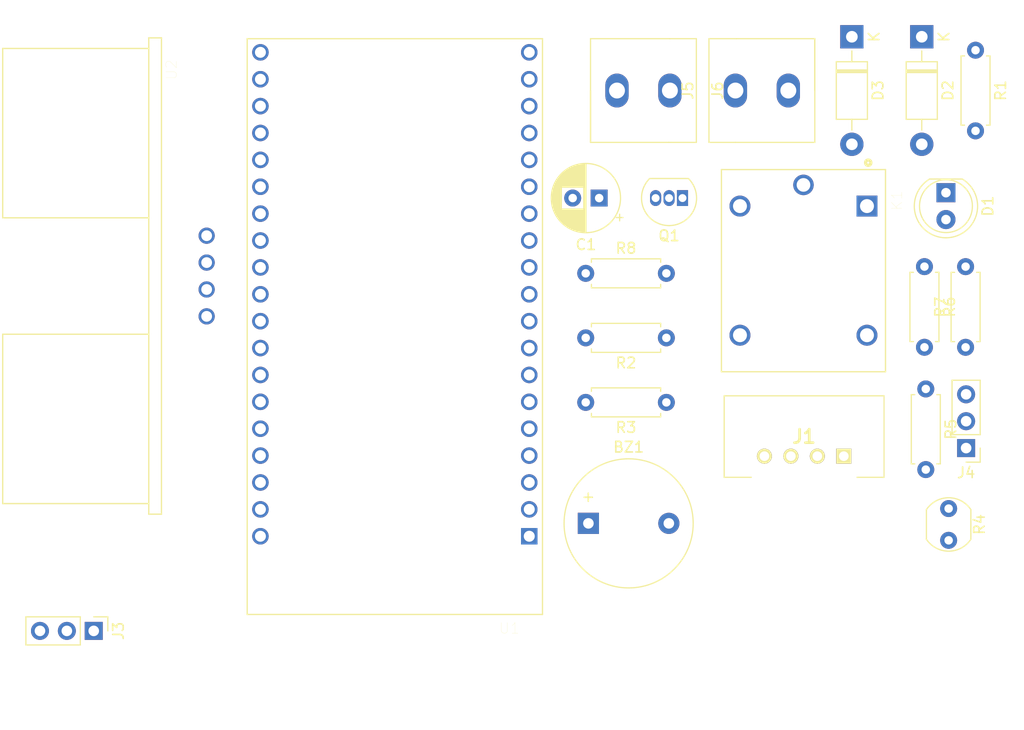
<source format=kicad_pcb>
(kicad_pcb (version 20171130) (host pcbnew "(5.1.7-0-10_14)")

  (general
    (thickness 1.6)
    (drawings 0)
    (tracks 0)
    (zones 0)
    (modules 22)
    (nets 45)
  )

  (page A4)
  (layers
    (0 F.Cu signal)
    (31 B.Cu signal)
    (32 B.Adhes user hide)
    (33 F.Adhes user hide)
    (34 B.Paste user)
    (35 F.Paste user)
    (36 B.SilkS user)
    (37 F.SilkS user)
    (38 B.Mask user)
    (39 F.Mask user)
    (40 Dwgs.User user hide)
    (41 Cmts.User user hide)
    (42 Eco1.User user hide)
    (43 Eco2.User user hide)
    (44 Edge.Cuts user hide)
    (45 Margin user hide)
    (46 B.CrtYd user)
    (47 F.CrtYd user)
    (48 B.Fab user)
    (49 F.Fab user)
  )

  (setup
    (last_trace_width 0.25)
    (trace_clearance 0.2)
    (zone_clearance 0.508)
    (zone_45_only no)
    (trace_min 0.2)
    (via_size 0.8)
    (via_drill 0.4)
    (via_min_size 0.4)
    (via_min_drill 0.3)
    (uvia_size 0.3)
    (uvia_drill 0.1)
    (uvias_allowed no)
    (uvia_min_size 0.2)
    (uvia_min_drill 0.1)
    (edge_width 0.05)
    (segment_width 0.2)
    (pcb_text_width 0.3)
    (pcb_text_size 1.5 1.5)
    (mod_edge_width 0.12)
    (mod_text_size 1 1)
    (mod_text_width 0.15)
    (pad_size 1.524 1.524)
    (pad_drill 0.762)
    (pad_to_mask_clearance 0)
    (aux_axis_origin 0 0)
    (visible_elements FFFFFF7F)
    (pcbplotparams
      (layerselection 0x010fc_ffffffff)
      (usegerberextensions false)
      (usegerberattributes true)
      (usegerberadvancedattributes true)
      (creategerberjobfile true)
      (excludeedgelayer true)
      (linewidth 0.100000)
      (plotframeref false)
      (viasonmask false)
      (mode 1)
      (useauxorigin false)
      (hpglpennumber 1)
      (hpglpenspeed 20)
      (hpglpendiameter 15.000000)
      (psnegative false)
      (psa4output false)
      (plotreference true)
      (plotvalue true)
      (plotinvisibletext false)
      (padsonsilk false)
      (subtractmaskfromsilk false)
      (outputformat 1)
      (mirror false)
      (drillshape 1)
      (scaleselection 1)
      (outputdirectory ""))
  )

  (net 0 "")
  (net 1 GND)
  (net 2 "Net-(BZ1-Pad1)")
  (net 3 +5V)
  (net 4 "Net-(D1-Pad2)")
  (net 5 "Net-(D2-Pad2)")
  (net 6 "Net-(J1-Pad3)")
  (net 7 ESP.23-DHT22)
  (net 8 +3V3)
  (net 9 ESP.21-Ulrtasonic.Echo)
  (net 10 ESP.22-Ultrasonic.Trigger)
  (net 11 ESP.19-Bewegungsmelder)
  (net 12 "Net-(J4-Pad3)")
  (net 13 "Net-(Q1-Pad2)")
  (net 14 ESP.18-LED)
  (net 15 ESP.5-Buzzer)
  (net 16 ESP.35-Helligkeitssensor)
  (net 17 ESP.34-Feuchtesensor)
  (net 18 ESP.17-Pumpe)
  (net 19 "Net-(U1-Pad38)")
  (net 20 "Net-(U1-Pad37)")
  (net 21 "Net-(U1-Pad36)")
  (net 22 "Net-(U1-Pad35)")
  (net 23 "Net-(U1-Pad34)")
  (net 24 "Net-(U1-Pad33)")
  (net 25 "Net-(U1-Pad32)")
  (net 26 "Net-(U1-Pad31)")
  (net 27 "Net-(U1-Pad24)")
  (net 28 "Net-(U1-Pad23)")
  (net 29 "Net-(U1-Pad18)")
  (net 30 "Net-(U1-Pad17)")
  (net 31 "Net-(U1-Pad16)")
  (net 32 "Net-(U1-Pad15)")
  (net 33 "Net-(U1-Pad13)")
  (net 34 "Net-(U1-Pad12)")
  (net 35 "Net-(U1-Pad11)")
  (net 36 "Net-(U1-Pad10)")
  (net 37 "Net-(U1-Pad9)")
  (net 38 "Net-(U1-Pad8)")
  (net 39 "Net-(U1-Pad7)")
  (net 40 "Net-(U1-Pad4)")
  (net 41 "Net-(U1-Pad3)")
  (net 42 "Net-(U1-Pad2)")
  (net 43 "Net-(D3-Pad1)")
  (net 44 "Net-(K1-PadNC)")

  (net_class Default "This is the default net class."
    (clearance 0.2)
    (trace_width 0.25)
    (via_dia 0.8)
    (via_drill 0.4)
    (uvia_dia 0.3)
    (uvia_drill 0.1)
    (add_net +3V3)
    (add_net +5V)
    (add_net ESP.17-Pumpe)
    (add_net ESP.18-LED)
    (add_net ESP.19-Bewegungsmelder)
    (add_net ESP.21-Ulrtasonic.Echo)
    (add_net ESP.22-Ultrasonic.Trigger)
    (add_net ESP.23-DHT22)
    (add_net ESP.34-Feuchtesensor)
    (add_net ESP.35-Helligkeitssensor)
    (add_net ESP.5-Buzzer)
    (add_net GND)
    (add_net "Net-(BZ1-Pad1)")
    (add_net "Net-(D1-Pad2)")
    (add_net "Net-(D2-Pad2)")
    (add_net "Net-(D3-Pad1)")
    (add_net "Net-(J1-Pad3)")
    (add_net "Net-(J4-Pad3)")
    (add_net "Net-(K1-PadNC)")
    (add_net "Net-(Q1-Pad2)")
    (add_net "Net-(U1-Pad10)")
    (add_net "Net-(U1-Pad11)")
    (add_net "Net-(U1-Pad12)")
    (add_net "Net-(U1-Pad13)")
    (add_net "Net-(U1-Pad15)")
    (add_net "Net-(U1-Pad16)")
    (add_net "Net-(U1-Pad17)")
    (add_net "Net-(U1-Pad18)")
    (add_net "Net-(U1-Pad2)")
    (add_net "Net-(U1-Pad23)")
    (add_net "Net-(U1-Pad24)")
    (add_net "Net-(U1-Pad3)")
    (add_net "Net-(U1-Pad31)")
    (add_net "Net-(U1-Pad32)")
    (add_net "Net-(U1-Pad33)")
    (add_net "Net-(U1-Pad34)")
    (add_net "Net-(U1-Pad35)")
    (add_net "Net-(U1-Pad36)")
    (add_net "Net-(U1-Pad37)")
    (add_net "Net-(U1-Pad38)")
    (add_net "Net-(U1-Pad4)")
    (add_net "Net-(U1-Pad7)")
    (add_net "Net-(U1-Pad8)")
    (add_net "Net-(U1-Pad9)")
  )

  (module HC-SR04:XCVR_HC-SR04 (layer F.Cu) (tedit 60D1B58B) (tstamp 60D211C9)
    (at 69.85 83.566 270)
    (path /60CCEC8A/60D3030A)
    (fp_text reference U2 (at -19.48505 3.31671 90) (layer F.SilkS)
      (effects (font (size 1.00052 1.00052) (thickness 0.015)))
    )
    (fp_text value HC-SR04 (at 23.8102 3.370695 90) (layer F.Fab)
      (effects (font (size 1.001693 1.001693) (thickness 0.015)))
    )
    (fp_line (start -21.5 19.27) (end -5.5 19.27) (layer F.SilkS) (width 0.127))
    (fp_line (start 5.5 19.27) (end 21.5 19.27) (layer F.SilkS) (width 0.127))
    (fp_line (start 22.5 5.47) (end 21.5 5.47) (layer F.SilkS) (width 0.127))
    (fp_line (start 21.5 5.47) (end 5.5 5.47) (layer F.SilkS) (width 0.127))
    (fp_line (start 5.5 5.47) (end -5.5 5.47) (layer F.SilkS) (width 0.127))
    (fp_line (start -5.5 5.47) (end -21.5 5.47) (layer F.SilkS) (width 0.127))
    (fp_line (start -21.5 5.47) (end -22.5 5.47) (layer F.SilkS) (width 0.127))
    (fp_line (start -22.5 5.47) (end -22.5 4.27) (layer F.SilkS) (width 0.127))
    (fp_line (start -22.5 4.27) (end 22.5 4.27) (layer F.SilkS) (width 0.127))
    (fp_line (start 22.5 4.27) (end 22.5 5.47) (layer F.SilkS) (width 0.127))
    (fp_line (start -21.5 5.47) (end -21.5 19.27) (layer F.SilkS) (width 0.127))
    (fp_line (start 21.5 5.47) (end 21.5 19.27) (layer F.SilkS) (width 0.127))
    (fp_line (start -5.5 5.47) (end -5.5 19.27) (layer F.SilkS) (width 0.127))
    (fp_line (start 5.5 5.47) (end 5.5 19.27) (layer F.SilkS) (width 0.127))
    (fp_line (start -22.75 4) (end -22.75 19.5) (layer F.CrtYd) (width 0.05))
    (fp_line (start -22.75 19.5) (end 22.75 19.5) (layer F.CrtYd) (width 0.05))
    (fp_line (start 22.75 19.5) (end 22.75 4) (layer F.CrtYd) (width 0.05))
    (fp_line (start 22.75 4) (end 5 4) (layer F.CrtYd) (width 0.05))
    (fp_line (start 5 4) (end 5 -1.25) (layer F.CrtYd) (width 0.05))
    (fp_line (start 5 -1.25) (end -5 -1.25) (layer F.CrtYd) (width 0.05))
    (fp_line (start -5 -1.25) (end -5 4) (layer F.CrtYd) (width 0.05))
    (fp_line (start -5 4) (end -22.75 4) (layer F.CrtYd) (width 0.05))
    (pad 1 thru_hole circle (at -3.81 0 270) (size 1.53 1.53) (drill 1.02) (layers *.Cu *.Mask)
      (net 8 +3V3))
    (pad 4 thru_hole circle (at 3.81 0 270) (size 1.53 1.53) (drill 1.02) (layers *.Cu *.Mask)
      (net 1 GND))
    (pad 3 thru_hole circle (at 1.27 0 270) (size 1.53 1.53) (drill 1.02) (layers *.Cu *.Mask)
      (net 9 ESP.21-Ulrtasonic.Echo))
    (pad 2 thru_hole circle (at -1.27 0 270) (size 1.53 1.53) (drill 1.02) (layers *.Cu *.Mask)
      (net 10 ESP.22-Ultrasonic.Trigger))
  )

  (module ESP32-DEVKITC-32D:MODULE_ESP32-DEVKITC-32D (layer F.Cu) (tedit 5FFC7CA7) (tstamp 60D2142E)
    (at 87.63 88.392 180)
    (path /60146752)
    (fp_text reference U1 (at -10.829175 -28.446045) (layer F.SilkS)
      (effects (font (size 1.000386 1.000386) (thickness 0.015)))
    )
    (fp_text value ESP32-DEVKITC-32D (at 1.24136 28.294535) (layer F.Fab)
      (effects (font (size 1.001047 1.001047) (thickness 0.015)))
    )
    (fp_line (start -13.95 -27.15) (end 13.95 -27.15) (layer F.Fab) (width 0.127))
    (fp_line (start 13.95 -27.15) (end 13.95 27.25) (layer F.Fab) (width 0.127))
    (fp_line (start 13.95 27.25) (end -13.95 27.25) (layer F.Fab) (width 0.127))
    (fp_line (start -13.95 27.25) (end -13.95 -27.15) (layer F.Fab) (width 0.127))
    (fp_line (start -13.95 27.25) (end -13.95 -27.15) (layer F.SilkS) (width 0.127))
    (fp_line (start -13.95 -27.15) (end 13.95 -27.15) (layer F.SilkS) (width 0.127))
    (fp_line (start 13.95 -27.15) (end 13.95 27.25) (layer F.SilkS) (width 0.127))
    (fp_line (start 13.95 27.25) (end -13.95 27.25) (layer F.SilkS) (width 0.127))
    (fp_line (start -14.2 -27.4) (end 14.2 -27.4) (layer F.CrtYd) (width 0.05))
    (fp_line (start 14.2 -27.4) (end 14.2 27.5) (layer F.CrtYd) (width 0.05))
    (fp_line (start 14.2 27.5) (end -14.2 27.5) (layer F.CrtYd) (width 0.05))
    (fp_line (start -14.2 27.5) (end -14.2 -27.4) (layer F.CrtYd) (width 0.05))
    (fp_circle (center -14.6 -19.9) (end -14.46 -19.9) (layer F.Fab) (width 0.28))
    (fp_circle (center -14.6 -19.9) (end -14.46 -19.9) (layer F.Fab) (width 0.28))
    (pad 38 thru_hole circle (at 12.7 25.96 180) (size 1.56 1.56) (drill 1.04) (layers *.Cu *.Mask)
      (net 19 "Net-(U1-Pad38)"))
    (pad 37 thru_hole circle (at 12.7 23.42 180) (size 1.56 1.56) (drill 1.04) (layers *.Cu *.Mask)
      (net 20 "Net-(U1-Pad37)"))
    (pad 36 thru_hole circle (at 12.7 20.88 180) (size 1.56 1.56) (drill 1.04) (layers *.Cu *.Mask)
      (net 21 "Net-(U1-Pad36)"))
    (pad 35 thru_hole circle (at 12.7 18.34 180) (size 1.56 1.56) (drill 1.04) (layers *.Cu *.Mask)
      (net 22 "Net-(U1-Pad35)"))
    (pad 34 thru_hole circle (at 12.7 15.8 180) (size 1.56 1.56) (drill 1.04) (layers *.Cu *.Mask)
      (net 23 "Net-(U1-Pad34)"))
    (pad 33 thru_hole circle (at 12.7 13.26 180) (size 1.56 1.56) (drill 1.04) (layers *.Cu *.Mask)
      (net 24 "Net-(U1-Pad33)"))
    (pad 32 thru_hole circle (at 12.7 10.72 180) (size 1.56 1.56) (drill 1.04) (layers *.Cu *.Mask)
      (net 25 "Net-(U1-Pad32)"))
    (pad 31 thru_hole circle (at 12.7 8.18 180) (size 1.56 1.56) (drill 1.04) (layers *.Cu *.Mask)
      (net 26 "Net-(U1-Pad31)"))
    (pad 30 thru_hole circle (at 12.7 5.64 180) (size 1.56 1.56) (drill 1.04) (layers *.Cu *.Mask)
      (net 18 ESP.17-Pumpe))
    (pad 29 thru_hole circle (at 12.7 3.1 180) (size 1.56 1.56) (drill 1.04) (layers *.Cu *.Mask)
      (net 15 ESP.5-Buzzer))
    (pad 28 thru_hole circle (at 12.7 0.56 180) (size 1.56 1.56) (drill 1.04) (layers *.Cu *.Mask)
      (net 14 ESP.18-LED))
    (pad 27 thru_hole circle (at 12.7 -1.98 180) (size 1.56 1.56) (drill 1.04) (layers *.Cu *.Mask)
      (net 11 ESP.19-Bewegungsmelder))
    (pad 26 thru_hole circle (at 12.7 -4.52 180) (size 1.56 1.56) (drill 1.04) (layers *.Cu *.Mask)
      (net 1 GND))
    (pad 25 thru_hole circle (at 12.7 -7.06 180) (size 1.56 1.56) (drill 1.04) (layers *.Cu *.Mask)
      (net 9 ESP.21-Ulrtasonic.Echo))
    (pad 24 thru_hole circle (at 12.7 -9.6 180) (size 1.56 1.56) (drill 1.04) (layers *.Cu *.Mask)
      (net 27 "Net-(U1-Pad24)"))
    (pad 23 thru_hole circle (at 12.7 -12.14 180) (size 1.56 1.56) (drill 1.04) (layers *.Cu *.Mask)
      (net 28 "Net-(U1-Pad23)"))
    (pad 22 thru_hole circle (at 12.7 -14.68 180) (size 1.56 1.56) (drill 1.04) (layers *.Cu *.Mask)
      (net 10 ESP.22-Ultrasonic.Trigger))
    (pad 21 thru_hole circle (at 12.7 -17.22 180) (size 1.56 1.56) (drill 1.04) (layers *.Cu *.Mask)
      (net 7 ESP.23-DHT22))
    (pad 20 thru_hole circle (at 12.7 -19.76 180) (size 1.56 1.56) (drill 1.04) (layers *.Cu *.Mask)
      (net 1 GND))
    (pad 18 thru_hole circle (at -12.7 23.42 180) (size 1.56 1.56) (drill 1.04) (layers *.Cu *.Mask)
      (net 29 "Net-(U1-Pad18)"))
    (pad 17 thru_hole circle (at -12.7 20.88 180) (size 1.56 1.56) (drill 1.04) (layers *.Cu *.Mask)
      (net 30 "Net-(U1-Pad17)"))
    (pad 16 thru_hole circle (at -12.7 18.34 180) (size 1.56 1.56) (drill 1.04) (layers *.Cu *.Mask)
      (net 31 "Net-(U1-Pad16)"))
    (pad 15 thru_hole circle (at -12.7 15.8 180) (size 1.56 1.56) (drill 1.04) (layers *.Cu *.Mask)
      (net 32 "Net-(U1-Pad15)"))
    (pad 14 thru_hole circle (at -12.7 13.26 180) (size 1.56 1.56) (drill 1.04) (layers *.Cu *.Mask)
      (net 1 GND))
    (pad 13 thru_hole circle (at -12.7 10.72 180) (size 1.56 1.56) (drill 1.04) (layers *.Cu *.Mask)
      (net 33 "Net-(U1-Pad13)"))
    (pad 12 thru_hole circle (at -12.7 8.18 180) (size 1.56 1.56) (drill 1.04) (layers *.Cu *.Mask)
      (net 34 "Net-(U1-Pad12)"))
    (pad 11 thru_hole circle (at -12.7 5.64 180) (size 1.56 1.56) (drill 1.04) (layers *.Cu *.Mask)
      (net 35 "Net-(U1-Pad11)"))
    (pad 10 thru_hole circle (at -12.7 3.1 180) (size 1.56 1.56) (drill 1.04) (layers *.Cu *.Mask)
      (net 36 "Net-(U1-Pad10)"))
    (pad 9 thru_hole circle (at -12.7 0.56 180) (size 1.56 1.56) (drill 1.04) (layers *.Cu *.Mask)
      (net 37 "Net-(U1-Pad9)"))
    (pad 8 thru_hole circle (at -12.7 -1.98 180) (size 1.56 1.56) (drill 1.04) (layers *.Cu *.Mask)
      (net 38 "Net-(U1-Pad8)"))
    (pad 7 thru_hole circle (at -12.7 -4.52 180) (size 1.56 1.56) (drill 1.04) (layers *.Cu *.Mask)
      (net 39 "Net-(U1-Pad7)"))
    (pad 6 thru_hole circle (at -12.7 -7.06 180) (size 1.56 1.56) (drill 1.04) (layers *.Cu *.Mask)
      (net 16 ESP.35-Helligkeitssensor))
    (pad 5 thru_hole circle (at -12.7 -9.6 180) (size 1.56 1.56) (drill 1.04) (layers *.Cu *.Mask)
      (net 17 ESP.34-Feuchtesensor))
    (pad 4 thru_hole circle (at -12.7 -12.14 180) (size 1.56 1.56) (drill 1.04) (layers *.Cu *.Mask)
      (net 40 "Net-(U1-Pad4)"))
    (pad 3 thru_hole circle (at -12.7 -14.68 180) (size 1.56 1.56) (drill 1.04) (layers *.Cu *.Mask)
      (net 41 "Net-(U1-Pad3)"))
    (pad 19 thru_hole circle (at -12.7 25.96 180) (size 1.56 1.56) (drill 1.04) (layers *.Cu *.Mask)
      (net 3 +5V))
    (pad 2 thru_hole circle (at -12.7 -17.22 180) (size 1.56 1.56) (drill 1.04) (layers *.Cu *.Mask)
      (net 42 "Net-(U1-Pad2)"))
    (pad 1 thru_hole rect (at -12.7 -19.76 180) (size 1.56 1.56) (drill 1.04) (layers *.Cu *.Mask)
      (net 8 +3V3))
  )

  (module Resistor_THT:R_Axial_DIN0207_L6.3mm_D2.5mm_P7.62mm_Horizontal (layer F.Cu) (tedit 5AE5139B) (tstamp 60D14DFA)
    (at 105.664 83.312)
    (descr "Resistor, Axial_DIN0207 series, Axial, Horizontal, pin pitch=7.62mm, 0.25W = 1/4W, length*diameter=6.3*2.5mm^2, http://cdn-reichelt.de/documents/datenblatt/B400/1_4W%23YAG.pdf")
    (tags "Resistor Axial_DIN0207 series Axial Horizontal pin pitch 7.62mm 0.25W = 1/4W length 6.3mm diameter 2.5mm")
    (path /60CE67AC/60CEAE37)
    (fp_text reference R8 (at 3.81 -2.37) (layer F.SilkS)
      (effects (font (size 1 1) (thickness 0.15)))
    )
    (fp_text value 10K (at 3.81 2.37) (layer F.Fab)
      (effects (font (size 1 1) (thickness 0.15)))
    )
    (fp_text user %R (at 3.81 0) (layer F.Fab)
      (effects (font (size 1 1) (thickness 0.15)))
    )
    (fp_line (start 0.66 -1.25) (end 0.66 1.25) (layer F.Fab) (width 0.1))
    (fp_line (start 0.66 1.25) (end 6.96 1.25) (layer F.Fab) (width 0.1))
    (fp_line (start 6.96 1.25) (end 6.96 -1.25) (layer F.Fab) (width 0.1))
    (fp_line (start 6.96 -1.25) (end 0.66 -1.25) (layer F.Fab) (width 0.1))
    (fp_line (start 0 0) (end 0.66 0) (layer F.Fab) (width 0.1))
    (fp_line (start 7.62 0) (end 6.96 0) (layer F.Fab) (width 0.1))
    (fp_line (start 0.54 -1.04) (end 0.54 -1.37) (layer F.SilkS) (width 0.12))
    (fp_line (start 0.54 -1.37) (end 7.08 -1.37) (layer F.SilkS) (width 0.12))
    (fp_line (start 7.08 -1.37) (end 7.08 -1.04) (layer F.SilkS) (width 0.12))
    (fp_line (start 0.54 1.04) (end 0.54 1.37) (layer F.SilkS) (width 0.12))
    (fp_line (start 0.54 1.37) (end 7.08 1.37) (layer F.SilkS) (width 0.12))
    (fp_line (start 7.08 1.37) (end 7.08 1.04) (layer F.SilkS) (width 0.12))
    (fp_line (start -1.05 -1.5) (end -1.05 1.5) (layer F.CrtYd) (width 0.05))
    (fp_line (start -1.05 1.5) (end 8.67 1.5) (layer F.CrtYd) (width 0.05))
    (fp_line (start 8.67 1.5) (end 8.67 -1.5) (layer F.CrtYd) (width 0.05))
    (fp_line (start 8.67 -1.5) (end -1.05 -1.5) (layer F.CrtYd) (width 0.05))
    (pad 2 thru_hole oval (at 7.62 0) (size 1.6 1.6) (drill 0.8) (layers *.Cu *.Mask)
      (net 18 ESP.17-Pumpe))
    (pad 1 thru_hole circle (at 0 0) (size 1.6 1.6) (drill 0.8) (layers *.Cu *.Mask)
      (net 13 "Net-(Q1-Pad2)"))
    (model ${KISYS3DMOD}/Resistor_THT.3dshapes/R_Axial_DIN0207_L6.3mm_D2.5mm_P7.62mm_Horizontal.wrl
      (at (xyz 0 0 0))
      (scale (xyz 1 1 1))
      (rotate (xyz 0 0 0))
    )
  )

  (module Resistor_THT:R_Axial_DIN0207_L6.3mm_D2.5mm_P7.62mm_Horizontal (layer F.Cu) (tedit 5AE5139B) (tstamp 60D14DE3)
    (at 141.556 90.3 90)
    (descr "Resistor, Axial_DIN0207 series, Axial, Horizontal, pin pitch=7.62mm, 0.25W = 1/4W, length*diameter=6.3*2.5mm^2, http://cdn-reichelt.de/documents/datenblatt/B400/1_4W%23YAG.pdf")
    (tags "Resistor Axial_DIN0207 series Axial Horizontal pin pitch 7.62mm 0.25W = 1/4W length 6.3mm diameter 2.5mm")
    (path /60CD8ECA/60CDBDC2)
    (fp_text reference R7 (at 3.81 -2.37 90) (layer F.SilkS)
      (effects (font (size 1 1) (thickness 0.15)))
    )
    (fp_text value 2K (at 3.81 2.37 90) (layer F.Fab)
      (effects (font (size 1 1) (thickness 0.15)))
    )
    (fp_text user %R (at 3.81 0 90) (layer F.Fab)
      (effects (font (size 1 1) (thickness 0.15)))
    )
    (fp_line (start 0.66 -1.25) (end 0.66 1.25) (layer F.Fab) (width 0.1))
    (fp_line (start 0.66 1.25) (end 6.96 1.25) (layer F.Fab) (width 0.1))
    (fp_line (start 6.96 1.25) (end 6.96 -1.25) (layer F.Fab) (width 0.1))
    (fp_line (start 6.96 -1.25) (end 0.66 -1.25) (layer F.Fab) (width 0.1))
    (fp_line (start 0 0) (end 0.66 0) (layer F.Fab) (width 0.1))
    (fp_line (start 7.62 0) (end 6.96 0) (layer F.Fab) (width 0.1))
    (fp_line (start 0.54 -1.04) (end 0.54 -1.37) (layer F.SilkS) (width 0.12))
    (fp_line (start 0.54 -1.37) (end 7.08 -1.37) (layer F.SilkS) (width 0.12))
    (fp_line (start 7.08 -1.37) (end 7.08 -1.04) (layer F.SilkS) (width 0.12))
    (fp_line (start 0.54 1.04) (end 0.54 1.37) (layer F.SilkS) (width 0.12))
    (fp_line (start 0.54 1.37) (end 7.08 1.37) (layer F.SilkS) (width 0.12))
    (fp_line (start 7.08 1.37) (end 7.08 1.04) (layer F.SilkS) (width 0.12))
    (fp_line (start -1.05 -1.5) (end -1.05 1.5) (layer F.CrtYd) (width 0.05))
    (fp_line (start -1.05 1.5) (end 8.67 1.5) (layer F.CrtYd) (width 0.05))
    (fp_line (start 8.67 1.5) (end 8.67 -1.5) (layer F.CrtYd) (width 0.05))
    (fp_line (start 8.67 -1.5) (end -1.05 -1.5) (layer F.CrtYd) (width 0.05))
    (pad 2 thru_hole oval (at 7.62 0 90) (size 1.6 1.6) (drill 0.8) (layers *.Cu *.Mask)
      (net 12 "Net-(J4-Pad3)"))
    (pad 1 thru_hole circle (at 0 0 90) (size 1.6 1.6) (drill 0.8) (layers *.Cu *.Mask)
      (net 17 ESP.34-Feuchtesensor))
    (model ${KISYS3DMOD}/Resistor_THT.3dshapes/R_Axial_DIN0207_L6.3mm_D2.5mm_P7.62mm_Horizontal.wrl
      (at (xyz 0 0 0))
      (scale (xyz 1 1 1))
      (rotate (xyz 0 0 0))
    )
  )

  (module Resistor_THT:R_Axial_DIN0207_L6.3mm_D2.5mm_P7.62mm_Horizontal (layer F.Cu) (tedit 5AE5139B) (tstamp 60D14DCC)
    (at 137.668 82.677 270)
    (descr "Resistor, Axial_DIN0207 series, Axial, Horizontal, pin pitch=7.62mm, 0.25W = 1/4W, length*diameter=6.3*2.5mm^2, http://cdn-reichelt.de/documents/datenblatt/B400/1_4W%23YAG.pdf")
    (tags "Resistor Axial_DIN0207 series Axial Horizontal pin pitch 7.62mm 0.25W = 1/4W length 6.3mm diameter 2.5mm")
    (path /60CD8ECA/60CDC8FB)
    (fp_text reference R6 (at 3.81 -2.37 90) (layer F.SilkS)
      (effects (font (size 1 1) (thickness 0.15)))
    )
    (fp_text value 3K (at 3.81 2.37 90) (layer F.Fab)
      (effects (font (size 1 1) (thickness 0.15)))
    )
    (fp_text user %R (at 3.81 0 90) (layer F.Fab)
      (effects (font (size 1 1) (thickness 0.15)))
    )
    (fp_line (start 0.66 -1.25) (end 0.66 1.25) (layer F.Fab) (width 0.1))
    (fp_line (start 0.66 1.25) (end 6.96 1.25) (layer F.Fab) (width 0.1))
    (fp_line (start 6.96 1.25) (end 6.96 -1.25) (layer F.Fab) (width 0.1))
    (fp_line (start 6.96 -1.25) (end 0.66 -1.25) (layer F.Fab) (width 0.1))
    (fp_line (start 0 0) (end 0.66 0) (layer F.Fab) (width 0.1))
    (fp_line (start 7.62 0) (end 6.96 0) (layer F.Fab) (width 0.1))
    (fp_line (start 0.54 -1.04) (end 0.54 -1.37) (layer F.SilkS) (width 0.12))
    (fp_line (start 0.54 -1.37) (end 7.08 -1.37) (layer F.SilkS) (width 0.12))
    (fp_line (start 7.08 -1.37) (end 7.08 -1.04) (layer F.SilkS) (width 0.12))
    (fp_line (start 0.54 1.04) (end 0.54 1.37) (layer F.SilkS) (width 0.12))
    (fp_line (start 0.54 1.37) (end 7.08 1.37) (layer F.SilkS) (width 0.12))
    (fp_line (start 7.08 1.37) (end 7.08 1.04) (layer F.SilkS) (width 0.12))
    (fp_line (start -1.05 -1.5) (end -1.05 1.5) (layer F.CrtYd) (width 0.05))
    (fp_line (start -1.05 1.5) (end 8.67 1.5) (layer F.CrtYd) (width 0.05))
    (fp_line (start 8.67 1.5) (end 8.67 -1.5) (layer F.CrtYd) (width 0.05))
    (fp_line (start 8.67 -1.5) (end -1.05 -1.5) (layer F.CrtYd) (width 0.05))
    (pad 2 thru_hole oval (at 7.62 0 270) (size 1.6 1.6) (drill 0.8) (layers *.Cu *.Mask)
      (net 17 ESP.34-Feuchtesensor))
    (pad 1 thru_hole circle (at 0 0 270) (size 1.6 1.6) (drill 0.8) (layers *.Cu *.Mask)
      (net 1 GND))
    (model ${KISYS3DMOD}/Resistor_THT.3dshapes/R_Axial_DIN0207_L6.3mm_D2.5mm_P7.62mm_Horizontal.wrl
      (at (xyz 0 0 0))
      (scale (xyz 1 1 1))
      (rotate (xyz 0 0 0))
    )
  )

  (module Resistor_THT:R_Axial_DIN0207_L6.3mm_D2.5mm_P7.62mm_Horizontal (layer F.Cu) (tedit 5AE5139B) (tstamp 60D14DB5)
    (at 137.795 94.234 270)
    (descr "Resistor, Axial_DIN0207 series, Axial, Horizontal, pin pitch=7.62mm, 0.25W = 1/4W, length*diameter=6.3*2.5mm^2, http://cdn-reichelt.de/documents/datenblatt/B400/1_4W%23YAG.pdf")
    (tags "Resistor Axial_DIN0207 series Axial Horizontal pin pitch 7.62mm 0.25W = 1/4W length 6.3mm diameter 2.5mm")
    (path /60CCEEC4/60CD7998)
    (fp_text reference R5 (at 3.81 -2.37 90) (layer F.SilkS)
      (effects (font (size 1 1) (thickness 0.15)))
    )
    (fp_text value 10k (at 3.81 2.37 90) (layer F.Fab)
      (effects (font (size 1 1) (thickness 0.15)))
    )
    (fp_text user %R (at 3.81 0 90) (layer F.Fab)
      (effects (font (size 1 1) (thickness 0.15)))
    )
    (fp_line (start 0.66 -1.25) (end 0.66 1.25) (layer F.Fab) (width 0.1))
    (fp_line (start 0.66 1.25) (end 6.96 1.25) (layer F.Fab) (width 0.1))
    (fp_line (start 6.96 1.25) (end 6.96 -1.25) (layer F.Fab) (width 0.1))
    (fp_line (start 6.96 -1.25) (end 0.66 -1.25) (layer F.Fab) (width 0.1))
    (fp_line (start 0 0) (end 0.66 0) (layer F.Fab) (width 0.1))
    (fp_line (start 7.62 0) (end 6.96 0) (layer F.Fab) (width 0.1))
    (fp_line (start 0.54 -1.04) (end 0.54 -1.37) (layer F.SilkS) (width 0.12))
    (fp_line (start 0.54 -1.37) (end 7.08 -1.37) (layer F.SilkS) (width 0.12))
    (fp_line (start 7.08 -1.37) (end 7.08 -1.04) (layer F.SilkS) (width 0.12))
    (fp_line (start 0.54 1.04) (end 0.54 1.37) (layer F.SilkS) (width 0.12))
    (fp_line (start 0.54 1.37) (end 7.08 1.37) (layer F.SilkS) (width 0.12))
    (fp_line (start 7.08 1.37) (end 7.08 1.04) (layer F.SilkS) (width 0.12))
    (fp_line (start -1.05 -1.5) (end -1.05 1.5) (layer F.CrtYd) (width 0.05))
    (fp_line (start -1.05 1.5) (end 8.67 1.5) (layer F.CrtYd) (width 0.05))
    (fp_line (start 8.67 1.5) (end 8.67 -1.5) (layer F.CrtYd) (width 0.05))
    (fp_line (start 8.67 -1.5) (end -1.05 -1.5) (layer F.CrtYd) (width 0.05))
    (pad 2 thru_hole oval (at 7.62 0 270) (size 1.6 1.6) (drill 0.8) (layers *.Cu *.Mask)
      (net 16 ESP.35-Helligkeitssensor))
    (pad 1 thru_hole circle (at 0 0 270) (size 1.6 1.6) (drill 0.8) (layers *.Cu *.Mask)
      (net 1 GND))
    (model ${KISYS3DMOD}/Resistor_THT.3dshapes/R_Axial_DIN0207_L6.3mm_D2.5mm_P7.62mm_Horizontal.wrl
      (at (xyz 0 0 0))
      (scale (xyz 1 1 1))
      (rotate (xyz 0 0 0))
    )
  )

  (module OptoDevice:R_LDR_5.0x4.1mm_P3mm_Vertical (layer F.Cu) (tedit 5B8603C1) (tstamp 60D14D9E)
    (at 139.954 105.537 270)
    (descr "Resistor, LDR 5x4.1mm, see http://cdn-reichelt.de/documents/datenblatt/A500/A90xxxx%23PE.pdf")
    (tags "Resistor LDR5x4.1mm")
    (path /60CCEEC4/60CD798A)
    (fp_text reference R4 (at 1.5 -2.9 90) (layer F.SilkS)
      (effects (font (size 1 1) (thickness 0.15)))
    )
    (fp_text value R_PHOTO (at 1.3 3 90) (layer F.Fab)
      (effects (font (size 1 1) (thickness 0.15)))
    )
    (fp_arc (start 1.5 0) (end 0.2 2.05) (angle 114) (layer F.Fab) (width 0.1))
    (fp_arc (start 1.5 0) (end 2.8 -2.05) (angle 114) (layer F.Fab) (width 0.1))
    (fp_arc (start 1.5 0) (end 0.1 2.1) (angle 113) (layer F.SilkS) (width 0.12))
    (fp_arc (start 1.5 0) (end 2.9 -2.1) (angle 113) (layer F.SilkS) (width 0.12))
    (fp_text user %R (at 1.5 -2.9 90) (layer F.Fab)
      (effects (font (size 1 1) (thickness 0.15)))
    )
    (fp_line (start 0.1 2.1) (end 2.9 2.1) (layer F.SilkS) (width 0.12))
    (fp_line (start 0.1 -2.1) (end 2.9 -2.1) (layer F.SilkS) (width 0.12))
    (fp_line (start 0.6 1.2) (end 2.1 1.2) (layer F.Fab) (width 0.1))
    (fp_line (start 2.1 1.2) (end 2.1 0.6) (layer F.Fab) (width 0.1))
    (fp_line (start 2.1 0.6) (end 0.9 0.6) (layer F.Fab) (width 0.1))
    (fp_line (start 0.9 0.6) (end 0.9 0) (layer F.Fab) (width 0.1))
    (fp_line (start 0.9 0) (end 2.1 0) (layer F.Fab) (width 0.1))
    (fp_line (start 2.1 0) (end 2.1 -0.5) (layer F.Fab) (width 0.1))
    (fp_line (start 2.1 -0.5) (end 2.1 -0.6) (layer F.Fab) (width 0.1))
    (fp_line (start 2.1 -0.6) (end 0.9 -0.6) (layer F.Fab) (width 0.1))
    (fp_line (start 0.9 -0.6) (end 0.9 -1.2) (layer F.Fab) (width 0.1))
    (fp_line (start 0.9 -1.2) (end 2.4 -1.2) (layer F.Fab) (width 0.1))
    (fp_line (start 0.6 -1.8) (end 2.4 -1.8) (layer F.Fab) (width 0.1))
    (fp_line (start 2.4 -1.8) (end 2.4 -1.2) (layer F.Fab) (width 0.1))
    (fp_line (start 0.6 1.2) (end 0.6 1.8) (layer F.Fab) (width 0.1))
    (fp_line (start 0.6 1.8) (end 2.4 1.8) (layer F.Fab) (width 0.1))
    (fp_line (start 2.8 2.05) (end 0.2 2.05) (layer F.Fab) (width 0.1))
    (fp_line (start 0.2 -2.05) (end 2.8 -2.05) (layer F.Fab) (width 0.1))
    (fp_line (start -1.18 -2.3) (end 4.18 -2.3) (layer F.CrtYd) (width 0.05))
    (fp_line (start -1.18 -2.3) (end -1.18 2.3) (layer F.CrtYd) (width 0.05))
    (fp_line (start 4.18 2.3) (end 4.18 -2.3) (layer F.CrtYd) (width 0.05))
    (fp_line (start 4.18 2.3) (end -1.18 2.3) (layer F.CrtYd) (width 0.05))
    (pad 2 thru_hole circle (at 3 0 270) (size 1.6 1.6) (drill 0.8) (layers *.Cu *.Mask)
      (net 16 ESP.35-Helligkeitssensor))
    (pad 1 thru_hole circle (at 0 0 270) (size 1.6 1.6) (drill 0.8) (layers *.Cu *.Mask)
      (net 8 +3V3))
    (model ${KISYS3DMOD}/OptoDevice.3dshapes/R_LDR_5.0x4.1mm_P3mm_Vertical.wrl
      (at (xyz 0 0 0))
      (scale (xyz 1 1 1))
      (rotate (xyz 0 0 0))
    )
  )

  (module Resistor_THT:R_Axial_DIN0207_L6.3mm_D2.5mm_P7.62mm_Horizontal (layer F.Cu) (tedit 5AE5139B) (tstamp 60D17150)
    (at 113.284 95.504 180)
    (descr "Resistor, Axial_DIN0207 series, Axial, Horizontal, pin pitch=7.62mm, 0.25W = 1/4W, length*diameter=6.3*2.5mm^2, http://cdn-reichelt.de/documents/datenblatt/B400/1_4W%23YAG.pdf")
    (tags "Resistor Axial_DIN0207 series Axial Horizontal pin pitch 7.62mm 0.25W = 1/4W length 6.3mm diameter 2.5mm")
    (path /60CCEC34/60CD2607)
    (fp_text reference R3 (at 3.81 -2.37) (layer F.SilkS)
      (effects (font (size 1 1) (thickness 0.15)))
    )
    (fp_text value 4.7R (at 3.81 2.37) (layer F.Fab)
      (effects (font (size 1 1) (thickness 0.15)))
    )
    (fp_text user %R (at 3.81 0) (layer F.Fab)
      (effects (font (size 1 1) (thickness 0.15)))
    )
    (fp_line (start 0.66 -1.25) (end 0.66 1.25) (layer F.Fab) (width 0.1))
    (fp_line (start 0.66 1.25) (end 6.96 1.25) (layer F.Fab) (width 0.1))
    (fp_line (start 6.96 1.25) (end 6.96 -1.25) (layer F.Fab) (width 0.1))
    (fp_line (start 6.96 -1.25) (end 0.66 -1.25) (layer F.Fab) (width 0.1))
    (fp_line (start 0 0) (end 0.66 0) (layer F.Fab) (width 0.1))
    (fp_line (start 7.62 0) (end 6.96 0) (layer F.Fab) (width 0.1))
    (fp_line (start 0.54 -1.04) (end 0.54 -1.37) (layer F.SilkS) (width 0.12))
    (fp_line (start 0.54 -1.37) (end 7.08 -1.37) (layer F.SilkS) (width 0.12))
    (fp_line (start 7.08 -1.37) (end 7.08 -1.04) (layer F.SilkS) (width 0.12))
    (fp_line (start 0.54 1.04) (end 0.54 1.37) (layer F.SilkS) (width 0.12))
    (fp_line (start 0.54 1.37) (end 7.08 1.37) (layer F.SilkS) (width 0.12))
    (fp_line (start 7.08 1.37) (end 7.08 1.04) (layer F.SilkS) (width 0.12))
    (fp_line (start -1.05 -1.5) (end -1.05 1.5) (layer F.CrtYd) (width 0.05))
    (fp_line (start -1.05 1.5) (end 8.67 1.5) (layer F.CrtYd) (width 0.05))
    (fp_line (start 8.67 1.5) (end 8.67 -1.5) (layer F.CrtYd) (width 0.05))
    (fp_line (start 8.67 -1.5) (end -1.05 -1.5) (layer F.CrtYd) (width 0.05))
    (pad 2 thru_hole oval (at 7.62 0 180) (size 1.6 1.6) (drill 0.8) (layers *.Cu *.Mask)
      (net 8 +3V3))
    (pad 1 thru_hole circle (at 0 0 180) (size 1.6 1.6) (drill 0.8) (layers *.Cu *.Mask)
      (net 7 ESP.23-DHT22))
    (model ${KISYS3DMOD}/Resistor_THT.3dshapes/R_Axial_DIN0207_L6.3mm_D2.5mm_P7.62mm_Horizontal.wrl
      (at (xyz 0 0 0))
      (scale (xyz 1 1 1))
      (rotate (xyz 0 0 0))
    )
  )

  (module Resistor_THT:R_Axial_DIN0207_L6.3mm_D2.5mm_P7.62mm_Horizontal (layer F.Cu) (tedit 5AE5139B) (tstamp 60D15BA8)
    (at 113.284 89.408 180)
    (descr "Resistor, Axial_DIN0207 series, Axial, Horizontal, pin pitch=7.62mm, 0.25W = 1/4W, length*diameter=6.3*2.5mm^2, http://cdn-reichelt.de/documents/datenblatt/B400/1_4W%23YAG.pdf")
    (tags "Resistor Axial_DIN0207 series Axial Horizontal pin pitch 7.62mm 0.25W = 1/4W length 6.3mm diameter 2.5mm")
    (path /60CCAD49/60CCE6AD)
    (fp_text reference R2 (at 3.81 -2.37) (layer F.SilkS)
      (effects (font (size 1 1) (thickness 0.15)))
    )
    (fp_text value 100R (at 3.81 2.37) (layer F.Fab)
      (effects (font (size 1 1) (thickness 0.15)))
    )
    (fp_text user %R (at 3.81 0) (layer F.Fab)
      (effects (font (size 1 1) (thickness 0.15)))
    )
    (fp_line (start 0.66 -1.25) (end 0.66 1.25) (layer F.Fab) (width 0.1))
    (fp_line (start 0.66 1.25) (end 6.96 1.25) (layer F.Fab) (width 0.1))
    (fp_line (start 6.96 1.25) (end 6.96 -1.25) (layer F.Fab) (width 0.1))
    (fp_line (start 6.96 -1.25) (end 0.66 -1.25) (layer F.Fab) (width 0.1))
    (fp_line (start 0 0) (end 0.66 0) (layer F.Fab) (width 0.1))
    (fp_line (start 7.62 0) (end 6.96 0) (layer F.Fab) (width 0.1))
    (fp_line (start 0.54 -1.04) (end 0.54 -1.37) (layer F.SilkS) (width 0.12))
    (fp_line (start 0.54 -1.37) (end 7.08 -1.37) (layer F.SilkS) (width 0.12))
    (fp_line (start 7.08 -1.37) (end 7.08 -1.04) (layer F.SilkS) (width 0.12))
    (fp_line (start 0.54 1.04) (end 0.54 1.37) (layer F.SilkS) (width 0.12))
    (fp_line (start 0.54 1.37) (end 7.08 1.37) (layer F.SilkS) (width 0.12))
    (fp_line (start 7.08 1.37) (end 7.08 1.04) (layer F.SilkS) (width 0.12))
    (fp_line (start -1.05 -1.5) (end -1.05 1.5) (layer F.CrtYd) (width 0.05))
    (fp_line (start -1.05 1.5) (end 8.67 1.5) (layer F.CrtYd) (width 0.05))
    (fp_line (start 8.67 1.5) (end 8.67 -1.5) (layer F.CrtYd) (width 0.05))
    (fp_line (start 8.67 -1.5) (end -1.05 -1.5) (layer F.CrtYd) (width 0.05))
    (pad 2 thru_hole oval (at 7.62 0 180) (size 1.6 1.6) (drill 0.8) (layers *.Cu *.Mask)
      (net 15 ESP.5-Buzzer))
    (pad 1 thru_hole circle (at 0 0 180) (size 1.6 1.6) (drill 0.8) (layers *.Cu *.Mask)
      (net 2 "Net-(BZ1-Pad1)"))
    (model ${KISYS3DMOD}/Resistor_THT.3dshapes/R_Axial_DIN0207_L6.3mm_D2.5mm_P7.62mm_Horizontal.wrl
      (at (xyz 0 0 0))
      (scale (xyz 1 1 1))
      (rotate (xyz 0 0 0))
    )
  )

  (module Resistor_THT:R_Axial_DIN0207_L6.3mm_D2.5mm_P7.62mm_Horizontal (layer F.Cu) (tedit 5AE5139B) (tstamp 60D14D4F)
    (at 142.494 62.23 270)
    (descr "Resistor, Axial_DIN0207 series, Axial, Horizontal, pin pitch=7.62mm, 0.25W = 1/4W, length*diameter=6.3*2.5mm^2, http://cdn-reichelt.de/documents/datenblatt/B400/1_4W%23YAG.pdf")
    (tags "Resistor Axial_DIN0207 series Axial Horizontal pin pitch 7.62mm 0.25W = 1/4W length 6.3mm diameter 2.5mm")
    (path /60CCA8D2/60CCC919)
    (fp_text reference R1 (at 3.81 -2.37 90) (layer F.SilkS)
      (effects (font (size 1 1) (thickness 0.15)))
    )
    (fp_text value 220R (at 3.81 2.37 90) (layer F.Fab)
      (effects (font (size 1 1) (thickness 0.15)))
    )
    (fp_text user %R (at 3.81 0 90) (layer F.Fab)
      (effects (font (size 1 1) (thickness 0.15)))
    )
    (fp_line (start 0.66 -1.25) (end 0.66 1.25) (layer F.Fab) (width 0.1))
    (fp_line (start 0.66 1.25) (end 6.96 1.25) (layer F.Fab) (width 0.1))
    (fp_line (start 6.96 1.25) (end 6.96 -1.25) (layer F.Fab) (width 0.1))
    (fp_line (start 6.96 -1.25) (end 0.66 -1.25) (layer F.Fab) (width 0.1))
    (fp_line (start 0 0) (end 0.66 0) (layer F.Fab) (width 0.1))
    (fp_line (start 7.62 0) (end 6.96 0) (layer F.Fab) (width 0.1))
    (fp_line (start 0.54 -1.04) (end 0.54 -1.37) (layer F.SilkS) (width 0.12))
    (fp_line (start 0.54 -1.37) (end 7.08 -1.37) (layer F.SilkS) (width 0.12))
    (fp_line (start 7.08 -1.37) (end 7.08 -1.04) (layer F.SilkS) (width 0.12))
    (fp_line (start 0.54 1.04) (end 0.54 1.37) (layer F.SilkS) (width 0.12))
    (fp_line (start 0.54 1.37) (end 7.08 1.37) (layer F.SilkS) (width 0.12))
    (fp_line (start 7.08 1.37) (end 7.08 1.04) (layer F.SilkS) (width 0.12))
    (fp_line (start -1.05 -1.5) (end -1.05 1.5) (layer F.CrtYd) (width 0.05))
    (fp_line (start -1.05 1.5) (end 8.67 1.5) (layer F.CrtYd) (width 0.05))
    (fp_line (start 8.67 1.5) (end 8.67 -1.5) (layer F.CrtYd) (width 0.05))
    (fp_line (start 8.67 -1.5) (end -1.05 -1.5) (layer F.CrtYd) (width 0.05))
    (pad 2 thru_hole oval (at 7.62 0 270) (size 1.6 1.6) (drill 0.8) (layers *.Cu *.Mask)
      (net 4 "Net-(D1-Pad2)"))
    (pad 1 thru_hole circle (at 0 0 270) (size 1.6 1.6) (drill 0.8) (layers *.Cu *.Mask)
      (net 14 ESP.18-LED))
    (model ${KISYS3DMOD}/Resistor_THT.3dshapes/R_Axial_DIN0207_L6.3mm_D2.5mm_P7.62mm_Horizontal.wrl
      (at (xyz 0 0 0))
      (scale (xyz 1 1 1))
      (rotate (xyz 0 0 0))
    )
  )

  (module Package_TO_SOT_THT:TO-92_Inline (layer F.Cu) (tedit 5A1DD157) (tstamp 60D14D38)
    (at 114.808 76.2 180)
    (descr "TO-92 leads in-line, narrow, oval pads, drill 0.75mm (see NXP sot054_po.pdf)")
    (tags "to-92 sc-43 sc-43a sot54 PA33 transistor")
    (path /60CE67AC/60CE7250)
    (fp_text reference Q1 (at 1.27 -3.56) (layer F.SilkS)
      (effects (font (size 1 1) (thickness 0.15)))
    )
    (fp_text value BC547 (at 1.27 2.79) (layer F.Fab)
      (effects (font (size 1 1) (thickness 0.15)))
    )
    (fp_arc (start 1.27 0) (end 1.27 -2.6) (angle 135) (layer F.SilkS) (width 0.12))
    (fp_arc (start 1.27 0) (end 1.27 -2.48) (angle -135) (layer F.Fab) (width 0.1))
    (fp_arc (start 1.27 0) (end 1.27 -2.6) (angle -135) (layer F.SilkS) (width 0.12))
    (fp_arc (start 1.27 0) (end 1.27 -2.48) (angle 135) (layer F.Fab) (width 0.1))
    (fp_text user %R (at 1.27 -3.56) (layer F.Fab)
      (effects (font (size 1 1) (thickness 0.15)))
    )
    (fp_line (start -0.53 1.85) (end 3.07 1.85) (layer F.SilkS) (width 0.12))
    (fp_line (start -0.5 1.75) (end 3 1.75) (layer F.Fab) (width 0.1))
    (fp_line (start -1.46 -2.73) (end 4 -2.73) (layer F.CrtYd) (width 0.05))
    (fp_line (start -1.46 -2.73) (end -1.46 2.01) (layer F.CrtYd) (width 0.05))
    (fp_line (start 4 2.01) (end 4 -2.73) (layer F.CrtYd) (width 0.05))
    (fp_line (start 4 2.01) (end -1.46 2.01) (layer F.CrtYd) (width 0.05))
    (pad 1 thru_hole rect (at 0 0 180) (size 1.05 1.5) (drill 0.75) (layers *.Cu *.Mask)
      (net 5 "Net-(D2-Pad2)"))
    (pad 3 thru_hole oval (at 2.54 0 180) (size 1.05 1.5) (drill 0.75) (layers *.Cu *.Mask)
      (net 1 GND))
    (pad 2 thru_hole oval (at 1.27 0 180) (size 1.05 1.5) (drill 0.75) (layers *.Cu *.Mask)
      (net 13 "Net-(Q1-Pad2)"))
    (model ${KISYS3DMOD}/Package_TO_SOT_THT.3dshapes/TO-92_Inline.wrl
      (at (xyz 0 0 0))
      (scale (xyz 1 1 1))
      (rotate (xyz 0 0 0))
    )
  )

  (module SRD-05VDC-SL-C:RELAY_SRD-05VDC-SL-C (layer F.Cu) (tedit 600B064F) (tstamp 60D14D26)
    (at 126.238 83.058 270)
    (path /60CE67AC/60D1C9F4)
    (fp_text reference K1 (at -6.62563 -8.83584 90) (layer F.SilkS)
      (effects (font (size 1.000094 1.000094) (thickness 0.015)))
    )
    (fp_text value SRD-05VDC-SL-C (at 2.90086 8.667695 90) (layer F.Fab)
      (effects (font (size 1.000307 1.000307) (thickness 0.015)))
    )
    (fp_line (start -9.55 7.75) (end -9.55 -7.75) (layer F.SilkS) (width 0.127))
    (fp_line (start -9.55 -7.75) (end 9.55 -7.75) (layer F.SilkS) (width 0.127))
    (fp_line (start 9.55 -7.75) (end 9.55 7.75) (layer F.SilkS) (width 0.127))
    (fp_line (start 9.55 7.75) (end -9.55 7.75) (layer F.SilkS) (width 0.127))
    (fp_line (start -9.55 7.75) (end -9.55 -7.75) (layer F.Fab) (width 0.127))
    (fp_line (start -9.55 -7.75) (end 9.55 -7.75) (layer F.Fab) (width 0.127))
    (fp_line (start 9.55 -7.75) (end 9.55 7.75) (layer F.Fab) (width 0.127))
    (fp_line (start 9.55 7.75) (end -9.55 7.75) (layer F.Fab) (width 0.127))
    (fp_line (start -9.8 8) (end -9.8 -8) (layer F.CrtYd) (width 0.05))
    (fp_line (start -9.8 -8) (end 9.8 -8) (layer F.CrtYd) (width 0.05))
    (fp_line (start 9.8 -8) (end 9.8 8) (layer F.CrtYd) (width 0.05))
    (fp_line (start 9.8 8) (end -9.8 8) (layer F.CrtYd) (width 0.05))
    (fp_circle (center -10.2 -6.119) (end -10.1 -6.119) (layer F.SilkS) (width 0.3))
    (pad NC thru_hole circle (at 6.1 -6 270) (size 1.98 1.98) (drill 1.32) (layers *.Cu *.Mask)
      (net 44 "Net-(K1-PadNC)"))
    (pad NO thru_hole circle (at 6.1 6 270) (size 1.98 1.98) (drill 1.32) (layers *.Cu *.Mask)
      (net 3 +5V))
    (pad A2 thru_hole circle (at -6.1 6 270) (size 1.98 1.98) (drill 1.32) (layers *.Cu *.Mask)
      (net 5 "Net-(D2-Pad2)"))
    (pad COM thru_hole circle (at -8.1 0 270) (size 1.935 1.935) (drill 1.29) (layers *.Cu *.Mask)
      (net 43 "Net-(D3-Pad1)"))
    (pad A1 thru_hole rect (at -6.1 -6 270) (size 1.98 1.98) (drill 1.32) (layers *.Cu *.Mask)
      (net 3 +5V))
  )

  (module TerminalBlock:ScrewTerminal_1x2_P5.00 (layer F.Cu) (tedit 600EF965) (tstamp 60D14D10)
    (at 118.618 66.04 270)
    (path /60D14372/60D1497F)
    (fp_text reference J6 (at 0 0.5 90) (layer F.SilkS)
      (effects (font (size 1 1) (thickness 0.15)))
    )
    (fp_text value Screw_Terminal_01x02 (at 0 -0.5 90) (layer F.Fab)
      (effects (font (size 1 1) (thickness 0.15)))
    )
    (fp_line (start 4.9 2.5) (end 4.9 5.1) (layer F.SilkS) (width 0.12))
    (fp_line (start -4.9 2.5) (end 4.9 2.5) (layer F.SilkS) (width 0.12))
    (fp_line (start -4.9 5) (end -4.9 2.5) (layer F.SilkS) (width 0.12))
    (fp_line (start 0 12.5) (end 4.9 12.5) (layer F.SilkS) (width 0.12))
    (fp_line (start 4.9 12.5) (end -4.9 12.5) (layer F.SilkS) (width 0.12))
    (fp_line (start 4.9 5.1) (end 4.9 12.5) (layer F.SilkS) (width 0.12))
    (fp_line (start -4.9 12.5) (end -4.9 5) (layer F.SilkS) (width 0.12))
    (pad 2 thru_hole oval (at 0 10 270) (size 3.2 2.2) (drill 1.5) (layers *.Cu *.Mask)
      (net 1 GND))
    (pad 1 thru_hole oval (at 0 5 270) (size 3.2 2.2) (drill 1.5) (layers *.Cu *.Mask)
      (net 3 +5V))
  )

  (module TerminalBlock:ScrewTerminal_1x2_P5.00 (layer F.Cu) (tedit 600EF965) (tstamp 60D14D03)
    (at 114.808 66.04 90)
    (path /60CE67AC/60CEE966)
    (fp_text reference J5 (at 0 0.5 90) (layer F.SilkS)
      (effects (font (size 1 1) (thickness 0.15)))
    )
    (fp_text value Pumpe (at 0 -0.5 90) (layer F.Fab)
      (effects (font (size 1 1) (thickness 0.15)))
    )
    (fp_line (start 4.9 2.5) (end 4.9 5.1) (layer F.SilkS) (width 0.12))
    (fp_line (start -4.9 2.5) (end 4.9 2.5) (layer F.SilkS) (width 0.12))
    (fp_line (start -4.9 5) (end -4.9 2.5) (layer F.SilkS) (width 0.12))
    (fp_line (start 0 12.5) (end 4.9 12.5) (layer F.SilkS) (width 0.12))
    (fp_line (start 4.9 12.5) (end -4.9 12.5) (layer F.SilkS) (width 0.12))
    (fp_line (start 4.9 5.1) (end 4.9 12.5) (layer F.SilkS) (width 0.12))
    (fp_line (start -4.9 12.5) (end -4.9 5) (layer F.SilkS) (width 0.12))
    (pad 2 thru_hole oval (at 0 10 90) (size 3.2 2.2) (drill 1.5) (layers *.Cu *.Mask)
      (net 43 "Net-(D3-Pad1)"))
    (pad 1 thru_hole oval (at 0 5 90) (size 3.2 2.2) (drill 1.5) (layers *.Cu *.Mask)
      (net 1 GND))
  )

  (module Connector_PinHeader_2.54mm:PinHeader_1x03_P2.54mm_Vertical (layer F.Cu) (tedit 59FED5CC) (tstamp 60D14CF6)
    (at 141.605 99.822 180)
    (descr "Through hole straight pin header, 1x03, 2.54mm pitch, single row")
    (tags "Through hole pin header THT 1x03 2.54mm single row")
    (path /60CD8ECA/60CD952F)
    (fp_text reference J4 (at 0 -2.33) (layer F.SilkS)
      (effects (font (size 1 1) (thickness 0.15)))
    )
    (fp_text value Feuchtesensor (at 0 7.41) (layer F.Fab)
      (effects (font (size 1 1) (thickness 0.15)))
    )
    (fp_text user %R (at 0 2.54 90) (layer F.Fab)
      (effects (font (size 1 1) (thickness 0.15)))
    )
    (fp_line (start -0.635 -1.27) (end 1.27 -1.27) (layer F.Fab) (width 0.1))
    (fp_line (start 1.27 -1.27) (end 1.27 6.35) (layer F.Fab) (width 0.1))
    (fp_line (start 1.27 6.35) (end -1.27 6.35) (layer F.Fab) (width 0.1))
    (fp_line (start -1.27 6.35) (end -1.27 -0.635) (layer F.Fab) (width 0.1))
    (fp_line (start -1.27 -0.635) (end -0.635 -1.27) (layer F.Fab) (width 0.1))
    (fp_line (start -1.33 6.41) (end 1.33 6.41) (layer F.SilkS) (width 0.12))
    (fp_line (start -1.33 1.27) (end -1.33 6.41) (layer F.SilkS) (width 0.12))
    (fp_line (start 1.33 1.27) (end 1.33 6.41) (layer F.SilkS) (width 0.12))
    (fp_line (start -1.33 1.27) (end 1.33 1.27) (layer F.SilkS) (width 0.12))
    (fp_line (start -1.33 0) (end -1.33 -1.33) (layer F.SilkS) (width 0.12))
    (fp_line (start -1.33 -1.33) (end 0 -1.33) (layer F.SilkS) (width 0.12))
    (fp_line (start -1.8 -1.8) (end -1.8 6.85) (layer F.CrtYd) (width 0.05))
    (fp_line (start -1.8 6.85) (end 1.8 6.85) (layer F.CrtYd) (width 0.05))
    (fp_line (start 1.8 6.85) (end 1.8 -1.8) (layer F.CrtYd) (width 0.05))
    (fp_line (start 1.8 -1.8) (end -1.8 -1.8) (layer F.CrtYd) (width 0.05))
    (pad 3 thru_hole oval (at 0 5.08 180) (size 1.7 1.7) (drill 1) (layers *.Cu *.Mask)
      (net 12 "Net-(J4-Pad3)"))
    (pad 2 thru_hole oval (at 0 2.54 180) (size 1.7 1.7) (drill 1) (layers *.Cu *.Mask)
      (net 3 +5V))
    (pad 1 thru_hole rect (at 0 0 180) (size 1.7 1.7) (drill 1) (layers *.Cu *.Mask)
      (net 1 GND))
    (model ${KISYS3DMOD}/Connector_PinHeader_2.54mm.3dshapes/PinHeader_1x03_P2.54mm_Vertical.wrl
      (at (xyz 0 0 0))
      (scale (xyz 1 1 1))
      (rotate (xyz 0 0 0))
    )
  )

  (module Connector_PinHeader_2.54mm:PinHeader_1x03_P2.54mm_Vertical (layer F.Cu) (tedit 59FED5CC) (tstamp 60D14CDF)
    (at 59.182 117.094 270)
    (descr "Through hole straight pin header, 1x03, 2.54mm pitch, single row")
    (tags "Through hole pin header THT 1x03 2.54mm single row")
    (path /60CCF0C2/60CD8B58)
    (fp_text reference J3 (at 0 -2.33 90) (layer F.SilkS)
      (effects (font (size 1 1) (thickness 0.15)))
    )
    (fp_text value "PIR Sensor (HC-SR505)" (at 0 7.41 90) (layer F.Fab)
      (effects (font (size 1 1) (thickness 0.15)))
    )
    (fp_text user %R (at 0 2.54) (layer F.Fab)
      (effects (font (size 1 1) (thickness 0.15)))
    )
    (fp_line (start -0.635 -1.27) (end 1.27 -1.27) (layer F.Fab) (width 0.1))
    (fp_line (start 1.27 -1.27) (end 1.27 6.35) (layer F.Fab) (width 0.1))
    (fp_line (start 1.27 6.35) (end -1.27 6.35) (layer F.Fab) (width 0.1))
    (fp_line (start -1.27 6.35) (end -1.27 -0.635) (layer F.Fab) (width 0.1))
    (fp_line (start -1.27 -0.635) (end -0.635 -1.27) (layer F.Fab) (width 0.1))
    (fp_line (start -1.33 6.41) (end 1.33 6.41) (layer F.SilkS) (width 0.12))
    (fp_line (start -1.33 1.27) (end -1.33 6.41) (layer F.SilkS) (width 0.12))
    (fp_line (start 1.33 1.27) (end 1.33 6.41) (layer F.SilkS) (width 0.12))
    (fp_line (start -1.33 1.27) (end 1.33 1.27) (layer F.SilkS) (width 0.12))
    (fp_line (start -1.33 0) (end -1.33 -1.33) (layer F.SilkS) (width 0.12))
    (fp_line (start -1.33 -1.33) (end 0 -1.33) (layer F.SilkS) (width 0.12))
    (fp_line (start -1.8 -1.8) (end -1.8 6.85) (layer F.CrtYd) (width 0.05))
    (fp_line (start -1.8 6.85) (end 1.8 6.85) (layer F.CrtYd) (width 0.05))
    (fp_line (start 1.8 6.85) (end 1.8 -1.8) (layer F.CrtYd) (width 0.05))
    (fp_line (start 1.8 -1.8) (end -1.8 -1.8) (layer F.CrtYd) (width 0.05))
    (pad 3 thru_hole oval (at 0 5.08 270) (size 1.7 1.7) (drill 1) (layers *.Cu *.Mask)
      (net 1 GND))
    (pad 2 thru_hole oval (at 0 2.54 270) (size 1.7 1.7) (drill 1) (layers *.Cu *.Mask)
      (net 11 ESP.19-Bewegungsmelder))
    (pad 1 thru_hole rect (at 0 0 270) (size 1.7 1.7) (drill 1) (layers *.Cu *.Mask)
      (net 8 +3V3))
    (model ${KISYS3DMOD}/Connector_PinHeader_2.54mm.3dshapes/PinHeader_1x03_P2.54mm_Vertical.wrl
      (at (xyz 0 0 0))
      (scale (xyz 1 1 1))
      (rotate (xyz 0 0 0))
    )
  )

  (module DHT22:DHT22 (layer F.Cu) (tedit 60D0D759) (tstamp 60D14CB0)
    (at 130.048 100.584 180)
    (descr DHT22-3)
    (tags "Integrated Circuit")
    (path /60CCEC34/60CD25FE)
    (fp_text reference J1 (at 3.75 1.85) (layer F.SilkS)
      (effects (font (size 1.27 1.27) (thickness 0.254)))
    )
    (fp_text value DHT22 (at 3.75 1.85) (layer F.SilkS) hide
      (effects (font (size 1.27 1.27) (thickness 0.254)))
    )
    (fp_line (start 11.3 -2) (end 11.3 5.7) (layer F.SilkS) (width 0.1))
    (fp_line (start 11.3 -2) (end 11.3 -2) (layer F.SilkS) (width 0.1))
    (fp_line (start 11.3 5.7) (end 11.3 -2) (layer F.SilkS) (width 0.1))
    (fp_line (start 11.3 5.7) (end 11.3 5.7) (layer F.SilkS) (width 0.1))
    (fp_line (start -3.8 5.7) (end -3.8 -2) (layer F.SilkS) (width 0.1))
    (fp_line (start -3.8 5.7) (end -3.8 5.7) (layer F.SilkS) (width 0.1))
    (fp_line (start -3.8 -2) (end -3.8 5.7) (layer F.SilkS) (width 0.1))
    (fp_line (start -3.8 -2) (end -3.8 -2) (layer F.SilkS) (width 0.1))
    (fp_line (start -4.8 6.7) (end -4.8 -3) (layer Dwgs.User) (width 0.1))
    (fp_line (start 12.3 6.7) (end -4.8 6.7) (layer Dwgs.User) (width 0.1))
    (fp_line (start 12.3 -3) (end 12.3 6.7) (layer Dwgs.User) (width 0.1))
    (fp_line (start -4.8 -3) (end 12.3 -3) (layer Dwgs.User) (width 0.1))
    (fp_line (start 11.3 -2) (end 11.3 -2) (layer F.SilkS) (width 0.1))
    (fp_line (start 8.75 -2) (end 11.3 -2) (layer F.SilkS) (width 0.1))
    (fp_line (start 8.75 -2) (end 8.75 -2) (layer F.SilkS) (width 0.1))
    (fp_line (start 11.3 -2) (end 8.75 -2) (layer F.SilkS) (width 0.1))
    (fp_line (start -3.8 5.7) (end -3.8 5.7) (layer F.SilkS) (width 0.1))
    (fp_line (start 11.3 5.7) (end -3.8 5.7) (layer F.SilkS) (width 0.1))
    (fp_line (start 11.3 5.7) (end 11.3 5.7) (layer F.SilkS) (width 0.1))
    (fp_line (start -3.8 5.7) (end 11.3 5.7) (layer F.SilkS) (width 0.1))
    (fp_line (start -1.25 -2) (end -1.25 -2) (layer F.SilkS) (width 0.1))
    (fp_line (start -3.8 -2) (end -1.25 -2) (layer F.SilkS) (width 0.1))
    (fp_line (start -3.8 -2) (end -3.8 -2) (layer F.SilkS) (width 0.1))
    (fp_line (start -1.25 -2) (end -3.8 -2) (layer F.SilkS) (width 0.1))
    (fp_line (start -3.8 -2) (end -3.8 5.7) (layer Dwgs.User) (width 0.2))
    (fp_line (start 11.3 -2) (end -3.8 -2) (layer Dwgs.User) (width 0.2))
    (fp_line (start 11.3 5.7) (end 11.3 -2) (layer Dwgs.User) (width 0.2))
    (fp_line (start -3.8 5.7) (end 11.3 5.7) (layer Dwgs.User) (width 0.2))
    (pad 4 thru_hole circle (at 7.5 0 270) (size 1.416 1.416) (drill 0.91) (layers *.Cu *.Mask F.SilkS)
      (net 1 GND))
    (pad 3 thru_hole circle (at 5 0 270) (size 1.416 1.416) (drill 0.91) (layers *.Cu *.Mask F.SilkS)
      (net 6 "Net-(J1-Pad3)"))
    (pad 2 thru_hole circle (at 2.5 0 270) (size 1.416 1.416) (drill 0.91) (layers *.Cu *.Mask F.SilkS)
      (net 7 ESP.23-DHT22))
    (pad 1 thru_hole rect (at 0 0 270) (size 1.416 1.416) (drill 0.91) (layers *.Cu *.Mask F.SilkS)
      (net 8 +3V3))
  )

  (module Diode_THT:D_DO-41_SOD81_P10.16mm_Horizontal (layer F.Cu) (tedit 5AE50CD5) (tstamp 60D159C4)
    (at 130.81 60.96 270)
    (descr "Diode, DO-41_SOD81 series, Axial, Horizontal, pin pitch=10.16mm, , length*diameter=5.2*2.7mm^2, , http://www.diodes.com/_files/packages/DO-41%20(Plastic).pdf")
    (tags "Diode DO-41_SOD81 series Axial Horizontal pin pitch 10.16mm  length 5.2mm diameter 2.7mm")
    (path /60CE67AC/60D25631)
    (fp_text reference D3 (at 5.08 -2.47 90) (layer F.SilkS)
      (effects (font (size 1 1) (thickness 0.15)))
    )
    (fp_text value 1N4001 (at 5.08 2.47 90) (layer F.Fab)
      (effects (font (size 1 1) (thickness 0.15)))
    )
    (fp_text user K (at 0 -2.1 90) (layer F.SilkS)
      (effects (font (size 1 1) (thickness 0.15)))
    )
    (fp_text user K (at 0 -2.1 90) (layer F.Fab)
      (effects (font (size 1 1) (thickness 0.15)))
    )
    (fp_text user %R (at 5.47 0 90) (layer F.Fab)
      (effects (font (size 1 1) (thickness 0.15)))
    )
    (fp_line (start 2.48 -1.35) (end 2.48 1.35) (layer F.Fab) (width 0.1))
    (fp_line (start 2.48 1.35) (end 7.68 1.35) (layer F.Fab) (width 0.1))
    (fp_line (start 7.68 1.35) (end 7.68 -1.35) (layer F.Fab) (width 0.1))
    (fp_line (start 7.68 -1.35) (end 2.48 -1.35) (layer F.Fab) (width 0.1))
    (fp_line (start 0 0) (end 2.48 0) (layer F.Fab) (width 0.1))
    (fp_line (start 10.16 0) (end 7.68 0) (layer F.Fab) (width 0.1))
    (fp_line (start 3.26 -1.35) (end 3.26 1.35) (layer F.Fab) (width 0.1))
    (fp_line (start 3.36 -1.35) (end 3.36 1.35) (layer F.Fab) (width 0.1))
    (fp_line (start 3.16 -1.35) (end 3.16 1.35) (layer F.Fab) (width 0.1))
    (fp_line (start 2.36 -1.47) (end 2.36 1.47) (layer F.SilkS) (width 0.12))
    (fp_line (start 2.36 1.47) (end 7.8 1.47) (layer F.SilkS) (width 0.12))
    (fp_line (start 7.8 1.47) (end 7.8 -1.47) (layer F.SilkS) (width 0.12))
    (fp_line (start 7.8 -1.47) (end 2.36 -1.47) (layer F.SilkS) (width 0.12))
    (fp_line (start 1.34 0) (end 2.36 0) (layer F.SilkS) (width 0.12))
    (fp_line (start 8.82 0) (end 7.8 0) (layer F.SilkS) (width 0.12))
    (fp_line (start 3.26 -1.47) (end 3.26 1.47) (layer F.SilkS) (width 0.12))
    (fp_line (start 3.38 -1.47) (end 3.38 1.47) (layer F.SilkS) (width 0.12))
    (fp_line (start 3.14 -1.47) (end 3.14 1.47) (layer F.SilkS) (width 0.12))
    (fp_line (start -1.35 -1.6) (end -1.35 1.6) (layer F.CrtYd) (width 0.05))
    (fp_line (start -1.35 1.6) (end 11.51 1.6) (layer F.CrtYd) (width 0.05))
    (fp_line (start 11.51 1.6) (end 11.51 -1.6) (layer F.CrtYd) (width 0.05))
    (fp_line (start 11.51 -1.6) (end -1.35 -1.6) (layer F.CrtYd) (width 0.05))
    (pad 2 thru_hole oval (at 10.16 0 270) (size 2.2 2.2) (drill 1.1) (layers *.Cu *.Mask)
      (net 1 GND))
    (pad 1 thru_hole rect (at 0 0 270) (size 2.2 2.2) (drill 1.1) (layers *.Cu *.Mask)
      (net 43 "Net-(D3-Pad1)"))
    (model ${KISYS3DMOD}/Diode_THT.3dshapes/D_DO-41_SOD81_P10.16mm_Horizontal.wrl
      (at (xyz 0 0 0))
      (scale (xyz 1 1 1))
      (rotate (xyz 0 0 0))
    )
  )

  (module Diode_THT:D_DO-41_SOD81_P10.16mm_Horizontal (layer F.Cu) (tedit 5AE50CD5) (tstamp 60D14C6D)
    (at 137.414 60.96 270)
    (descr "Diode, DO-41_SOD81 series, Axial, Horizontal, pin pitch=10.16mm, , length*diameter=5.2*2.7mm^2, , http://www.diodes.com/_files/packages/DO-41%20(Plastic).pdf")
    (tags "Diode DO-41_SOD81 series Axial Horizontal pin pitch 10.16mm  length 5.2mm diameter 2.7mm")
    (path /60CE67AC/60CE7A71)
    (fp_text reference D2 (at 5.08 -2.47 90) (layer F.SilkS)
      (effects (font (size 1 1) (thickness 0.15)))
    )
    (fp_text value 1N4001 (at 5.08 2.47 90) (layer F.Fab)
      (effects (font (size 1 1) (thickness 0.15)))
    )
    (fp_text user K (at 0 -2.1 90) (layer F.SilkS)
      (effects (font (size 1 1) (thickness 0.15)))
    )
    (fp_text user K (at 0 -2.1 90) (layer F.Fab)
      (effects (font (size 1 1) (thickness 0.15)))
    )
    (fp_text user %R (at 5.47 0 90) (layer F.Fab)
      (effects (font (size 1 1) (thickness 0.15)))
    )
    (fp_line (start 2.48 -1.35) (end 2.48 1.35) (layer F.Fab) (width 0.1))
    (fp_line (start 2.48 1.35) (end 7.68 1.35) (layer F.Fab) (width 0.1))
    (fp_line (start 7.68 1.35) (end 7.68 -1.35) (layer F.Fab) (width 0.1))
    (fp_line (start 7.68 -1.35) (end 2.48 -1.35) (layer F.Fab) (width 0.1))
    (fp_line (start 0 0) (end 2.48 0) (layer F.Fab) (width 0.1))
    (fp_line (start 10.16 0) (end 7.68 0) (layer F.Fab) (width 0.1))
    (fp_line (start 3.26 -1.35) (end 3.26 1.35) (layer F.Fab) (width 0.1))
    (fp_line (start 3.36 -1.35) (end 3.36 1.35) (layer F.Fab) (width 0.1))
    (fp_line (start 3.16 -1.35) (end 3.16 1.35) (layer F.Fab) (width 0.1))
    (fp_line (start 2.36 -1.47) (end 2.36 1.47) (layer F.SilkS) (width 0.12))
    (fp_line (start 2.36 1.47) (end 7.8 1.47) (layer F.SilkS) (width 0.12))
    (fp_line (start 7.8 1.47) (end 7.8 -1.47) (layer F.SilkS) (width 0.12))
    (fp_line (start 7.8 -1.47) (end 2.36 -1.47) (layer F.SilkS) (width 0.12))
    (fp_line (start 1.34 0) (end 2.36 0) (layer F.SilkS) (width 0.12))
    (fp_line (start 8.82 0) (end 7.8 0) (layer F.SilkS) (width 0.12))
    (fp_line (start 3.26 -1.47) (end 3.26 1.47) (layer F.SilkS) (width 0.12))
    (fp_line (start 3.38 -1.47) (end 3.38 1.47) (layer F.SilkS) (width 0.12))
    (fp_line (start 3.14 -1.47) (end 3.14 1.47) (layer F.SilkS) (width 0.12))
    (fp_line (start -1.35 -1.6) (end -1.35 1.6) (layer F.CrtYd) (width 0.05))
    (fp_line (start -1.35 1.6) (end 11.51 1.6) (layer F.CrtYd) (width 0.05))
    (fp_line (start 11.51 1.6) (end 11.51 -1.6) (layer F.CrtYd) (width 0.05))
    (fp_line (start 11.51 -1.6) (end -1.35 -1.6) (layer F.CrtYd) (width 0.05))
    (pad 2 thru_hole oval (at 10.16 0 270) (size 2.2 2.2) (drill 1.1) (layers *.Cu *.Mask)
      (net 5 "Net-(D2-Pad2)"))
    (pad 1 thru_hole rect (at 0 0 270) (size 2.2 2.2) (drill 1.1) (layers *.Cu *.Mask)
      (net 3 +5V))
    (model ${KISYS3DMOD}/Diode_THT.3dshapes/D_DO-41_SOD81_P10.16mm_Horizontal.wrl
      (at (xyz 0 0 0))
      (scale (xyz 1 1 1))
      (rotate (xyz 0 0 0))
    )
  )

  (module LED_THT:LED_D5.0mm (layer F.Cu) (tedit 5995936A) (tstamp 60D14C4E)
    (at 139.7 75.692 270)
    (descr "LED, diameter 5.0mm, 2 pins, http://cdn-reichelt.de/documents/datenblatt/A500/LL-504BC2E-009.pdf")
    (tags "LED diameter 5.0mm 2 pins")
    (path /60CCA8D2/60CCC90D)
    (fp_text reference D1 (at 1.27 -3.96 90) (layer F.SilkS)
      (effects (font (size 1 1) (thickness 0.15)))
    )
    (fp_text value LED (at 1.27 3.96 90) (layer F.Fab)
      (effects (font (size 1 1) (thickness 0.15)))
    )
    (fp_text user %R (at 1.25 0 90) (layer F.Fab)
      (effects (font (size 0.8 0.8) (thickness 0.2)))
    )
    (fp_arc (start 1.27 0) (end -1.29 1.54483) (angle -148.9) (layer F.SilkS) (width 0.12))
    (fp_arc (start 1.27 0) (end -1.29 -1.54483) (angle 148.9) (layer F.SilkS) (width 0.12))
    (fp_arc (start 1.27 0) (end -1.23 -1.469694) (angle 299.1) (layer F.Fab) (width 0.1))
    (fp_circle (center 1.27 0) (end 3.77 0) (layer F.Fab) (width 0.1))
    (fp_circle (center 1.27 0) (end 3.77 0) (layer F.SilkS) (width 0.12))
    (fp_line (start -1.23 -1.469694) (end -1.23 1.469694) (layer F.Fab) (width 0.1))
    (fp_line (start -1.29 -1.545) (end -1.29 1.545) (layer F.SilkS) (width 0.12))
    (fp_line (start -1.95 -3.25) (end -1.95 3.25) (layer F.CrtYd) (width 0.05))
    (fp_line (start -1.95 3.25) (end 4.5 3.25) (layer F.CrtYd) (width 0.05))
    (fp_line (start 4.5 3.25) (end 4.5 -3.25) (layer F.CrtYd) (width 0.05))
    (fp_line (start 4.5 -3.25) (end -1.95 -3.25) (layer F.CrtYd) (width 0.05))
    (pad 2 thru_hole circle (at 2.54 0 270) (size 1.8 1.8) (drill 0.9) (layers *.Cu *.Mask)
      (net 4 "Net-(D1-Pad2)"))
    (pad 1 thru_hole rect (at 0 0 270) (size 1.8 1.8) (drill 0.9) (layers *.Cu *.Mask)
      (net 1 GND))
    (model ${KISYS3DMOD}/LED_THT.3dshapes/LED_D5.0mm.wrl
      (at (xyz 0 0 0))
      (scale (xyz 1 1 1))
      (rotate (xyz 0 0 0))
    )
  )

  (module Capacitor_THT:CP_Radial_D6.3mm_P2.50mm (layer F.Cu) (tedit 5AE50EF0) (tstamp 60D163FA)
    (at 106.934 76.2 180)
    (descr "CP, Radial series, Radial, pin pitch=2.50mm, , diameter=6.3mm, Electrolytic Capacitor")
    (tags "CP Radial series Radial pin pitch 2.50mm  diameter 6.3mm Electrolytic Capacitor")
    (path /60D14372/60D15BE5)
    (fp_text reference C1 (at 1.25 -4.4) (layer F.SilkS)
      (effects (font (size 1 1) (thickness 0.15)))
    )
    (fp_text value 50uF (at 1.25 4.4) (layer F.Fab)
      (effects (font (size 1 1) (thickness 0.15)))
    )
    (fp_text user %R (at 1.25 0) (layer F.Fab)
      (effects (font (size 1 1) (thickness 0.15)))
    )
    (fp_circle (center 1.25 0) (end 4.4 0) (layer F.Fab) (width 0.1))
    (fp_circle (center 1.25 0) (end 4.52 0) (layer F.SilkS) (width 0.12))
    (fp_circle (center 1.25 0) (end 4.65 0) (layer F.CrtYd) (width 0.05))
    (fp_line (start -1.443972 -1.3735) (end -0.813972 -1.3735) (layer F.Fab) (width 0.1))
    (fp_line (start -1.128972 -1.6885) (end -1.128972 -1.0585) (layer F.Fab) (width 0.1))
    (fp_line (start 1.25 -3.23) (end 1.25 3.23) (layer F.SilkS) (width 0.12))
    (fp_line (start 1.29 -3.23) (end 1.29 3.23) (layer F.SilkS) (width 0.12))
    (fp_line (start 1.33 -3.23) (end 1.33 3.23) (layer F.SilkS) (width 0.12))
    (fp_line (start 1.37 -3.228) (end 1.37 3.228) (layer F.SilkS) (width 0.12))
    (fp_line (start 1.41 -3.227) (end 1.41 3.227) (layer F.SilkS) (width 0.12))
    (fp_line (start 1.45 -3.224) (end 1.45 3.224) (layer F.SilkS) (width 0.12))
    (fp_line (start 1.49 -3.222) (end 1.49 -1.04) (layer F.SilkS) (width 0.12))
    (fp_line (start 1.49 1.04) (end 1.49 3.222) (layer F.SilkS) (width 0.12))
    (fp_line (start 1.53 -3.218) (end 1.53 -1.04) (layer F.SilkS) (width 0.12))
    (fp_line (start 1.53 1.04) (end 1.53 3.218) (layer F.SilkS) (width 0.12))
    (fp_line (start 1.57 -3.215) (end 1.57 -1.04) (layer F.SilkS) (width 0.12))
    (fp_line (start 1.57 1.04) (end 1.57 3.215) (layer F.SilkS) (width 0.12))
    (fp_line (start 1.61 -3.211) (end 1.61 -1.04) (layer F.SilkS) (width 0.12))
    (fp_line (start 1.61 1.04) (end 1.61 3.211) (layer F.SilkS) (width 0.12))
    (fp_line (start 1.65 -3.206) (end 1.65 -1.04) (layer F.SilkS) (width 0.12))
    (fp_line (start 1.65 1.04) (end 1.65 3.206) (layer F.SilkS) (width 0.12))
    (fp_line (start 1.69 -3.201) (end 1.69 -1.04) (layer F.SilkS) (width 0.12))
    (fp_line (start 1.69 1.04) (end 1.69 3.201) (layer F.SilkS) (width 0.12))
    (fp_line (start 1.73 -3.195) (end 1.73 -1.04) (layer F.SilkS) (width 0.12))
    (fp_line (start 1.73 1.04) (end 1.73 3.195) (layer F.SilkS) (width 0.12))
    (fp_line (start 1.77 -3.189) (end 1.77 -1.04) (layer F.SilkS) (width 0.12))
    (fp_line (start 1.77 1.04) (end 1.77 3.189) (layer F.SilkS) (width 0.12))
    (fp_line (start 1.81 -3.182) (end 1.81 -1.04) (layer F.SilkS) (width 0.12))
    (fp_line (start 1.81 1.04) (end 1.81 3.182) (layer F.SilkS) (width 0.12))
    (fp_line (start 1.85 -3.175) (end 1.85 -1.04) (layer F.SilkS) (width 0.12))
    (fp_line (start 1.85 1.04) (end 1.85 3.175) (layer F.SilkS) (width 0.12))
    (fp_line (start 1.89 -3.167) (end 1.89 -1.04) (layer F.SilkS) (width 0.12))
    (fp_line (start 1.89 1.04) (end 1.89 3.167) (layer F.SilkS) (width 0.12))
    (fp_line (start 1.93 -3.159) (end 1.93 -1.04) (layer F.SilkS) (width 0.12))
    (fp_line (start 1.93 1.04) (end 1.93 3.159) (layer F.SilkS) (width 0.12))
    (fp_line (start 1.971 -3.15) (end 1.971 -1.04) (layer F.SilkS) (width 0.12))
    (fp_line (start 1.971 1.04) (end 1.971 3.15) (layer F.SilkS) (width 0.12))
    (fp_line (start 2.011 -3.141) (end 2.011 -1.04) (layer F.SilkS) (width 0.12))
    (fp_line (start 2.011 1.04) (end 2.011 3.141) (layer F.SilkS) (width 0.12))
    (fp_line (start 2.051 -3.131) (end 2.051 -1.04) (layer F.SilkS) (width 0.12))
    (fp_line (start 2.051 1.04) (end 2.051 3.131) (layer F.SilkS) (width 0.12))
    (fp_line (start 2.091 -3.121) (end 2.091 -1.04) (layer F.SilkS) (width 0.12))
    (fp_line (start 2.091 1.04) (end 2.091 3.121) (layer F.SilkS) (width 0.12))
    (fp_line (start 2.131 -3.11) (end 2.131 -1.04) (layer F.SilkS) (width 0.12))
    (fp_line (start 2.131 1.04) (end 2.131 3.11) (layer F.SilkS) (width 0.12))
    (fp_line (start 2.171 -3.098) (end 2.171 -1.04) (layer F.SilkS) (width 0.12))
    (fp_line (start 2.171 1.04) (end 2.171 3.098) (layer F.SilkS) (width 0.12))
    (fp_line (start 2.211 -3.086) (end 2.211 -1.04) (layer F.SilkS) (width 0.12))
    (fp_line (start 2.211 1.04) (end 2.211 3.086) (layer F.SilkS) (width 0.12))
    (fp_line (start 2.251 -3.074) (end 2.251 -1.04) (layer F.SilkS) (width 0.12))
    (fp_line (start 2.251 1.04) (end 2.251 3.074) (layer F.SilkS) (width 0.12))
    (fp_line (start 2.291 -3.061) (end 2.291 -1.04) (layer F.SilkS) (width 0.12))
    (fp_line (start 2.291 1.04) (end 2.291 3.061) (layer F.SilkS) (width 0.12))
    (fp_line (start 2.331 -3.047) (end 2.331 -1.04) (layer F.SilkS) (width 0.12))
    (fp_line (start 2.331 1.04) (end 2.331 3.047) (layer F.SilkS) (width 0.12))
    (fp_line (start 2.371 -3.033) (end 2.371 -1.04) (layer F.SilkS) (width 0.12))
    (fp_line (start 2.371 1.04) (end 2.371 3.033) (layer F.SilkS) (width 0.12))
    (fp_line (start 2.411 -3.018) (end 2.411 -1.04) (layer F.SilkS) (width 0.12))
    (fp_line (start 2.411 1.04) (end 2.411 3.018) (layer F.SilkS) (width 0.12))
    (fp_line (start 2.451 -3.002) (end 2.451 -1.04) (layer F.SilkS) (width 0.12))
    (fp_line (start 2.451 1.04) (end 2.451 3.002) (layer F.SilkS) (width 0.12))
    (fp_line (start 2.491 -2.986) (end 2.491 -1.04) (layer F.SilkS) (width 0.12))
    (fp_line (start 2.491 1.04) (end 2.491 2.986) (layer F.SilkS) (width 0.12))
    (fp_line (start 2.531 -2.97) (end 2.531 -1.04) (layer F.SilkS) (width 0.12))
    (fp_line (start 2.531 1.04) (end 2.531 2.97) (layer F.SilkS) (width 0.12))
    (fp_line (start 2.571 -2.952) (end 2.571 -1.04) (layer F.SilkS) (width 0.12))
    (fp_line (start 2.571 1.04) (end 2.571 2.952) (layer F.SilkS) (width 0.12))
    (fp_line (start 2.611 -2.934) (end 2.611 -1.04) (layer F.SilkS) (width 0.12))
    (fp_line (start 2.611 1.04) (end 2.611 2.934) (layer F.SilkS) (width 0.12))
    (fp_line (start 2.651 -2.916) (end 2.651 -1.04) (layer F.SilkS) (width 0.12))
    (fp_line (start 2.651 1.04) (end 2.651 2.916) (layer F.SilkS) (width 0.12))
    (fp_line (start 2.691 -2.896) (end 2.691 -1.04) (layer F.SilkS) (width 0.12))
    (fp_line (start 2.691 1.04) (end 2.691 2.896) (layer F.SilkS) (width 0.12))
    (fp_line (start 2.731 -2.876) (end 2.731 -1.04) (layer F.SilkS) (width 0.12))
    (fp_line (start 2.731 1.04) (end 2.731 2.876) (layer F.SilkS) (width 0.12))
    (fp_line (start 2.771 -2.856) (end 2.771 -1.04) (layer F.SilkS) (width 0.12))
    (fp_line (start 2.771 1.04) (end 2.771 2.856) (layer F.SilkS) (width 0.12))
    (fp_line (start 2.811 -2.834) (end 2.811 -1.04) (layer F.SilkS) (width 0.12))
    (fp_line (start 2.811 1.04) (end 2.811 2.834) (layer F.SilkS) (width 0.12))
    (fp_line (start 2.851 -2.812) (end 2.851 -1.04) (layer F.SilkS) (width 0.12))
    (fp_line (start 2.851 1.04) (end 2.851 2.812) (layer F.SilkS) (width 0.12))
    (fp_line (start 2.891 -2.79) (end 2.891 -1.04) (layer F.SilkS) (width 0.12))
    (fp_line (start 2.891 1.04) (end 2.891 2.79) (layer F.SilkS) (width 0.12))
    (fp_line (start 2.931 -2.766) (end 2.931 -1.04) (layer F.SilkS) (width 0.12))
    (fp_line (start 2.931 1.04) (end 2.931 2.766) (layer F.SilkS) (width 0.12))
    (fp_line (start 2.971 -2.742) (end 2.971 -1.04) (layer F.SilkS) (width 0.12))
    (fp_line (start 2.971 1.04) (end 2.971 2.742) (layer F.SilkS) (width 0.12))
    (fp_line (start 3.011 -2.716) (end 3.011 -1.04) (layer F.SilkS) (width 0.12))
    (fp_line (start 3.011 1.04) (end 3.011 2.716) (layer F.SilkS) (width 0.12))
    (fp_line (start 3.051 -2.69) (end 3.051 -1.04) (layer F.SilkS) (width 0.12))
    (fp_line (start 3.051 1.04) (end 3.051 2.69) (layer F.SilkS) (width 0.12))
    (fp_line (start 3.091 -2.664) (end 3.091 -1.04) (layer F.SilkS) (width 0.12))
    (fp_line (start 3.091 1.04) (end 3.091 2.664) (layer F.SilkS) (width 0.12))
    (fp_line (start 3.131 -2.636) (end 3.131 -1.04) (layer F.SilkS) (width 0.12))
    (fp_line (start 3.131 1.04) (end 3.131 2.636) (layer F.SilkS) (width 0.12))
    (fp_line (start 3.171 -2.607) (end 3.171 -1.04) (layer F.SilkS) (width 0.12))
    (fp_line (start 3.171 1.04) (end 3.171 2.607) (layer F.SilkS) (width 0.12))
    (fp_line (start 3.211 -2.578) (end 3.211 -1.04) (layer F.SilkS) (width 0.12))
    (fp_line (start 3.211 1.04) (end 3.211 2.578) (layer F.SilkS) (width 0.12))
    (fp_line (start 3.251 -2.548) (end 3.251 -1.04) (layer F.SilkS) (width 0.12))
    (fp_line (start 3.251 1.04) (end 3.251 2.548) (layer F.SilkS) (width 0.12))
    (fp_line (start 3.291 -2.516) (end 3.291 -1.04) (layer F.SilkS) (width 0.12))
    (fp_line (start 3.291 1.04) (end 3.291 2.516) (layer F.SilkS) (width 0.12))
    (fp_line (start 3.331 -2.484) (end 3.331 -1.04) (layer F.SilkS) (width 0.12))
    (fp_line (start 3.331 1.04) (end 3.331 2.484) (layer F.SilkS) (width 0.12))
    (fp_line (start 3.371 -2.45) (end 3.371 -1.04) (layer F.SilkS) (width 0.12))
    (fp_line (start 3.371 1.04) (end 3.371 2.45) (layer F.SilkS) (width 0.12))
    (fp_line (start 3.411 -2.416) (end 3.411 -1.04) (layer F.SilkS) (width 0.12))
    (fp_line (start 3.411 1.04) (end 3.411 2.416) (layer F.SilkS) (width 0.12))
    (fp_line (start 3.451 -2.38) (end 3.451 -1.04) (layer F.SilkS) (width 0.12))
    (fp_line (start 3.451 1.04) (end 3.451 2.38) (layer F.SilkS) (width 0.12))
    (fp_line (start 3.491 -2.343) (end 3.491 -1.04) (layer F.SilkS) (width 0.12))
    (fp_line (start 3.491 1.04) (end 3.491 2.343) (layer F.SilkS) (width 0.12))
    (fp_line (start 3.531 -2.305) (end 3.531 -1.04) (layer F.SilkS) (width 0.12))
    (fp_line (start 3.531 1.04) (end 3.531 2.305) (layer F.SilkS) (width 0.12))
    (fp_line (start 3.571 -2.265) (end 3.571 2.265) (layer F.SilkS) (width 0.12))
    (fp_line (start 3.611 -2.224) (end 3.611 2.224) (layer F.SilkS) (width 0.12))
    (fp_line (start 3.651 -2.182) (end 3.651 2.182) (layer F.SilkS) (width 0.12))
    (fp_line (start 3.691 -2.137) (end 3.691 2.137) (layer F.SilkS) (width 0.12))
    (fp_line (start 3.731 -2.092) (end 3.731 2.092) (layer F.SilkS) (width 0.12))
    (fp_line (start 3.771 -2.044) (end 3.771 2.044) (layer F.SilkS) (width 0.12))
    (fp_line (start 3.811 -1.995) (end 3.811 1.995) (layer F.SilkS) (width 0.12))
    (fp_line (start 3.851 -1.944) (end 3.851 1.944) (layer F.SilkS) (width 0.12))
    (fp_line (start 3.891 -1.89) (end 3.891 1.89) (layer F.SilkS) (width 0.12))
    (fp_line (start 3.931 -1.834) (end 3.931 1.834) (layer F.SilkS) (width 0.12))
    (fp_line (start 3.971 -1.776) (end 3.971 1.776) (layer F.SilkS) (width 0.12))
    (fp_line (start 4.011 -1.714) (end 4.011 1.714) (layer F.SilkS) (width 0.12))
    (fp_line (start 4.051 -1.65) (end 4.051 1.65) (layer F.SilkS) (width 0.12))
    (fp_line (start 4.091 -1.581) (end 4.091 1.581) (layer F.SilkS) (width 0.12))
    (fp_line (start 4.131 -1.509) (end 4.131 1.509) (layer F.SilkS) (width 0.12))
    (fp_line (start 4.171 -1.432) (end 4.171 1.432) (layer F.SilkS) (width 0.12))
    (fp_line (start 4.211 -1.35) (end 4.211 1.35) (layer F.SilkS) (width 0.12))
    (fp_line (start 4.251 -1.262) (end 4.251 1.262) (layer F.SilkS) (width 0.12))
    (fp_line (start 4.291 -1.165) (end 4.291 1.165) (layer F.SilkS) (width 0.12))
    (fp_line (start 4.331 -1.059) (end 4.331 1.059) (layer F.SilkS) (width 0.12))
    (fp_line (start 4.371 -0.94) (end 4.371 0.94) (layer F.SilkS) (width 0.12))
    (fp_line (start 4.411 -0.802) (end 4.411 0.802) (layer F.SilkS) (width 0.12))
    (fp_line (start 4.451 -0.633) (end 4.451 0.633) (layer F.SilkS) (width 0.12))
    (fp_line (start 4.491 -0.402) (end 4.491 0.402) (layer F.SilkS) (width 0.12))
    (fp_line (start -2.250241 -1.839) (end -1.620241 -1.839) (layer F.SilkS) (width 0.12))
    (fp_line (start -1.935241 -2.154) (end -1.935241 -1.524) (layer F.SilkS) (width 0.12))
    (pad 2 thru_hole circle (at 2.5 0 180) (size 1.6 1.6) (drill 0.8) (layers *.Cu *.Mask)
      (net 1 GND))
    (pad 1 thru_hole rect (at 0 0 180) (size 1.6 1.6) (drill 0.8) (layers *.Cu *.Mask)
      (net 3 +5V))
    (model ${KISYS3DMOD}/Capacitor_THT.3dshapes/CP_Radial_D6.3mm_P2.50mm.wrl
      (at (xyz 0 0 0))
      (scale (xyz 1 1 1))
      (rotate (xyz 0 0 0))
    )
  )

  (module Buzzer_Beeper:Buzzer_12x9.5RM7.6 (layer F.Cu) (tedit 5A030281) (tstamp 60D14BA8)
    (at 105.918 106.934)
    (descr "Generic Buzzer, D12mm height 9.5mm with RM7.6mm")
    (tags buzzer)
    (path /60CCAD49/60CCE6A0)
    (fp_text reference BZ1 (at 3.8 -7.2) (layer F.SilkS)
      (effects (font (size 1 1) (thickness 0.15)))
    )
    (fp_text value Buzzer (at 3.8 7.4) (layer F.Fab)
      (effects (font (size 1 1) (thickness 0.15)))
    )
    (fp_text user %R (at 3.8 -4) (layer F.Fab)
      (effects (font (size 1 1) (thickness 0.15)))
    )
    (fp_text user + (at -0.01 -2.54) (layer F.SilkS)
      (effects (font (size 1 1) (thickness 0.15)))
    )
    (fp_text user + (at -0.01 -2.54) (layer F.Fab)
      (effects (font (size 1 1) (thickness 0.15)))
    )
    (fp_circle (center 3.8 0) (end 10.05 0) (layer F.CrtYd) (width 0.05))
    (fp_circle (center 3.8 0) (end 9.8 0) (layer F.Fab) (width 0.1))
    (fp_circle (center 3.8 0) (end 4.8 0) (layer F.Fab) (width 0.1))
    (fp_circle (center 3.8 0) (end 9.9 0) (layer F.SilkS) (width 0.12))
    (pad 2 thru_hole circle (at 7.6 0) (size 2 2) (drill 1) (layers *.Cu *.Mask)
      (net 1 GND))
    (pad 1 thru_hole rect (at 0 0) (size 2 2) (drill 1) (layers *.Cu *.Mask)
      (net 2 "Net-(BZ1-Pad1)"))
    (model ${KISYS3DMOD}/Buzzer_Beeper.3dshapes/Buzzer_12x9.5RM7.6.wrl
      (at (xyz 0 0 0))
      (scale (xyz 1 1 1))
      (rotate (xyz 0 0 0))
    )
  )

)

</source>
